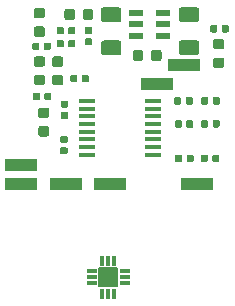
<source format=gbr>
%TF.GenerationSoftware,KiCad,Pcbnew,5.1.5-52549c5~84~ubuntu18.04.1*%
%TF.CreationDate,2020-03-03T14:54:20+01:00*%
%TF.ProjectId,HMC_RF_IPE,484d435f-5246-45f4-9950-452e6b696361,rev?*%
%TF.SameCoordinates,Original*%
%TF.FileFunction,Paste,Bot*%
%TF.FilePolarity,Positive*%
%FSLAX46Y46*%
G04 Gerber Fmt 4.6, Leading zero omitted, Abs format (unit mm)*
G04 Created by KiCad (PCBNEW 5.1.5-52549c5~84~ubuntu18.04.1) date 2020-03-03 14:54:20*
%MOMM*%
%LPD*%
G04 APERTURE LIST*
%ADD10C,0.152400*%
%ADD11R,0.304800X0.828000*%
%ADD12R,0.828000X0.304800*%
%ADD13R,0.828000X0.300000*%
%ADD14R,1.500000X1.500000*%
%ADD15R,2.670000X1.020000*%
%ADD16C,0.100000*%
%ADD17R,1.473200X0.355600*%
%ADD18R,1.219200X0.508000*%
G04 APERTURE END LIST*
D10*
%TO.C,U5*%
X141623410Y-93123200D02*
X141623410Y-91623200D01*
X141623410Y-91623200D02*
X143123410Y-91623200D01*
X143123410Y-91623200D02*
X143123410Y-93123200D01*
X143123410Y-93123200D02*
X141623410Y-93123200D01*
%TD*%
D11*
%TO.C,U5*%
X142373410Y-93765600D03*
X141873411Y-93765600D03*
D12*
X140981010Y-92873199D03*
D13*
X140981010Y-92373200D03*
D12*
X140981010Y-91873201D03*
D11*
X141873411Y-90980800D03*
X142373410Y-90980800D03*
X142873409Y-90980800D03*
D12*
X143765810Y-91873201D03*
D13*
X143765810Y-92373200D03*
D12*
X143765810Y-92873199D03*
D11*
X142873409Y-93765600D03*
D14*
X142373410Y-92373200D03*
%TD*%
D15*
%TO.C,GND*%
X148803410Y-74423200D03*
%TD*%
D16*
%TO.C,C23*%
G36*
X139440368Y-72253910D02*
G01*
X139454686Y-72256034D01*
X139468727Y-72259551D01*
X139482356Y-72264428D01*
X139495441Y-72270617D01*
X139507857Y-72278058D01*
X139519483Y-72286681D01*
X139530208Y-72296402D01*
X139539929Y-72307127D01*
X139548552Y-72318753D01*
X139555993Y-72331169D01*
X139562182Y-72344254D01*
X139567059Y-72357883D01*
X139570576Y-72371924D01*
X139572700Y-72386242D01*
X139573410Y-72400700D01*
X139573410Y-72745700D01*
X139572700Y-72760158D01*
X139570576Y-72774476D01*
X139567059Y-72788517D01*
X139562182Y-72802146D01*
X139555993Y-72815231D01*
X139548552Y-72827647D01*
X139539929Y-72839273D01*
X139530208Y-72849998D01*
X139519483Y-72859719D01*
X139507857Y-72868342D01*
X139495441Y-72875783D01*
X139482356Y-72881972D01*
X139468727Y-72886849D01*
X139454686Y-72890366D01*
X139440368Y-72892490D01*
X139425910Y-72893200D01*
X139130910Y-72893200D01*
X139116452Y-72892490D01*
X139102134Y-72890366D01*
X139088093Y-72886849D01*
X139074464Y-72881972D01*
X139061379Y-72875783D01*
X139048963Y-72868342D01*
X139037337Y-72859719D01*
X139026612Y-72849998D01*
X139016891Y-72839273D01*
X139008268Y-72827647D01*
X139000827Y-72815231D01*
X138994638Y-72802146D01*
X138989761Y-72788517D01*
X138986244Y-72774476D01*
X138984120Y-72760158D01*
X138983410Y-72745700D01*
X138983410Y-72400700D01*
X138984120Y-72386242D01*
X138986244Y-72371924D01*
X138989761Y-72357883D01*
X138994638Y-72344254D01*
X139000827Y-72331169D01*
X139008268Y-72318753D01*
X139016891Y-72307127D01*
X139026612Y-72296402D01*
X139037337Y-72286681D01*
X139048963Y-72278058D01*
X139061379Y-72270617D01*
X139074464Y-72264428D01*
X139088093Y-72259551D01*
X139102134Y-72256034D01*
X139116452Y-72253910D01*
X139130910Y-72253200D01*
X139425910Y-72253200D01*
X139440368Y-72253910D01*
G37*
G36*
X138470368Y-72253910D02*
G01*
X138484686Y-72256034D01*
X138498727Y-72259551D01*
X138512356Y-72264428D01*
X138525441Y-72270617D01*
X138537857Y-72278058D01*
X138549483Y-72286681D01*
X138560208Y-72296402D01*
X138569929Y-72307127D01*
X138578552Y-72318753D01*
X138585993Y-72331169D01*
X138592182Y-72344254D01*
X138597059Y-72357883D01*
X138600576Y-72371924D01*
X138602700Y-72386242D01*
X138603410Y-72400700D01*
X138603410Y-72745700D01*
X138602700Y-72760158D01*
X138600576Y-72774476D01*
X138597059Y-72788517D01*
X138592182Y-72802146D01*
X138585993Y-72815231D01*
X138578552Y-72827647D01*
X138569929Y-72839273D01*
X138560208Y-72849998D01*
X138549483Y-72859719D01*
X138537857Y-72868342D01*
X138525441Y-72875783D01*
X138512356Y-72881972D01*
X138498727Y-72886849D01*
X138484686Y-72890366D01*
X138470368Y-72892490D01*
X138455910Y-72893200D01*
X138160910Y-72893200D01*
X138146452Y-72892490D01*
X138132134Y-72890366D01*
X138118093Y-72886849D01*
X138104464Y-72881972D01*
X138091379Y-72875783D01*
X138078963Y-72868342D01*
X138067337Y-72859719D01*
X138056612Y-72849998D01*
X138046891Y-72839273D01*
X138038268Y-72827647D01*
X138030827Y-72815231D01*
X138024638Y-72802146D01*
X138019761Y-72788517D01*
X138016244Y-72774476D01*
X138014120Y-72760158D01*
X138013410Y-72745700D01*
X138013410Y-72400700D01*
X138014120Y-72386242D01*
X138016244Y-72371924D01*
X138019761Y-72357883D01*
X138024638Y-72344254D01*
X138030827Y-72331169D01*
X138038268Y-72318753D01*
X138046891Y-72307127D01*
X138056612Y-72296402D01*
X138067337Y-72286681D01*
X138078963Y-72278058D01*
X138091379Y-72270617D01*
X138104464Y-72264428D01*
X138118093Y-72259551D01*
X138132134Y-72256034D01*
X138146452Y-72253910D01*
X138160910Y-72253200D01*
X138455910Y-72253200D01*
X138470368Y-72253910D01*
G37*
%TD*%
%TO.C,C22*%
G36*
X138470368Y-71153910D02*
G01*
X138484686Y-71156034D01*
X138498727Y-71159551D01*
X138512356Y-71164428D01*
X138525441Y-71170617D01*
X138537857Y-71178058D01*
X138549483Y-71186681D01*
X138560208Y-71196402D01*
X138569929Y-71207127D01*
X138578552Y-71218753D01*
X138585993Y-71231169D01*
X138592182Y-71244254D01*
X138597059Y-71257883D01*
X138600576Y-71271924D01*
X138602700Y-71286242D01*
X138603410Y-71300700D01*
X138603410Y-71645700D01*
X138602700Y-71660158D01*
X138600576Y-71674476D01*
X138597059Y-71688517D01*
X138592182Y-71702146D01*
X138585993Y-71715231D01*
X138578552Y-71727647D01*
X138569929Y-71739273D01*
X138560208Y-71749998D01*
X138549483Y-71759719D01*
X138537857Y-71768342D01*
X138525441Y-71775783D01*
X138512356Y-71781972D01*
X138498727Y-71786849D01*
X138484686Y-71790366D01*
X138470368Y-71792490D01*
X138455910Y-71793200D01*
X138160910Y-71793200D01*
X138146452Y-71792490D01*
X138132134Y-71790366D01*
X138118093Y-71786849D01*
X138104464Y-71781972D01*
X138091379Y-71775783D01*
X138078963Y-71768342D01*
X138067337Y-71759719D01*
X138056612Y-71749998D01*
X138046891Y-71739273D01*
X138038268Y-71727647D01*
X138030827Y-71715231D01*
X138024638Y-71702146D01*
X138019761Y-71688517D01*
X138016244Y-71674476D01*
X138014120Y-71660158D01*
X138013410Y-71645700D01*
X138013410Y-71300700D01*
X138014120Y-71286242D01*
X138016244Y-71271924D01*
X138019761Y-71257883D01*
X138024638Y-71244254D01*
X138030827Y-71231169D01*
X138038268Y-71218753D01*
X138046891Y-71207127D01*
X138056612Y-71196402D01*
X138067337Y-71186681D01*
X138078963Y-71178058D01*
X138091379Y-71170617D01*
X138104464Y-71164428D01*
X138118093Y-71159551D01*
X138132134Y-71156034D01*
X138146452Y-71153910D01*
X138160910Y-71153200D01*
X138455910Y-71153200D01*
X138470368Y-71153910D01*
G37*
G36*
X139440368Y-71153910D02*
G01*
X139454686Y-71156034D01*
X139468727Y-71159551D01*
X139482356Y-71164428D01*
X139495441Y-71170617D01*
X139507857Y-71178058D01*
X139519483Y-71186681D01*
X139530208Y-71196402D01*
X139539929Y-71207127D01*
X139548552Y-71218753D01*
X139555993Y-71231169D01*
X139562182Y-71244254D01*
X139567059Y-71257883D01*
X139570576Y-71271924D01*
X139572700Y-71286242D01*
X139573410Y-71300700D01*
X139573410Y-71645700D01*
X139572700Y-71660158D01*
X139570576Y-71674476D01*
X139567059Y-71688517D01*
X139562182Y-71702146D01*
X139555993Y-71715231D01*
X139548552Y-71727647D01*
X139539929Y-71739273D01*
X139530208Y-71749998D01*
X139519483Y-71759719D01*
X139507857Y-71768342D01*
X139495441Y-71775783D01*
X139482356Y-71781972D01*
X139468727Y-71786849D01*
X139454686Y-71790366D01*
X139440368Y-71792490D01*
X139425910Y-71793200D01*
X139130910Y-71793200D01*
X139116452Y-71792490D01*
X139102134Y-71790366D01*
X139088093Y-71786849D01*
X139074464Y-71781972D01*
X139061379Y-71775783D01*
X139048963Y-71768342D01*
X139037337Y-71759719D01*
X139026612Y-71749998D01*
X139016891Y-71739273D01*
X139008268Y-71727647D01*
X139000827Y-71715231D01*
X138994638Y-71702146D01*
X138989761Y-71688517D01*
X138986244Y-71674476D01*
X138984120Y-71660158D01*
X138983410Y-71645700D01*
X138983410Y-71300700D01*
X138984120Y-71286242D01*
X138986244Y-71271924D01*
X138989761Y-71257883D01*
X138994638Y-71244254D01*
X139000827Y-71231169D01*
X139008268Y-71218753D01*
X139016891Y-71207127D01*
X139026612Y-71196402D01*
X139037337Y-71186681D01*
X139048963Y-71178058D01*
X139061379Y-71170617D01*
X139074464Y-71164428D01*
X139088093Y-71159551D01*
X139102134Y-71156034D01*
X139116452Y-71153910D01*
X139130910Y-71153200D01*
X139425910Y-71153200D01*
X139440368Y-71153910D01*
G37*
%TD*%
%TO.C,C20*%
G36*
X136410368Y-72493910D02*
G01*
X136424686Y-72496034D01*
X136438727Y-72499551D01*
X136452356Y-72504428D01*
X136465441Y-72510617D01*
X136477857Y-72518058D01*
X136489483Y-72526681D01*
X136500208Y-72536402D01*
X136509929Y-72547127D01*
X136518552Y-72558753D01*
X136525993Y-72571169D01*
X136532182Y-72584254D01*
X136537059Y-72597883D01*
X136540576Y-72611924D01*
X136542700Y-72626242D01*
X136543410Y-72640700D01*
X136543410Y-72985700D01*
X136542700Y-73000158D01*
X136540576Y-73014476D01*
X136537059Y-73028517D01*
X136532182Y-73042146D01*
X136525993Y-73055231D01*
X136518552Y-73067647D01*
X136509929Y-73079273D01*
X136500208Y-73089998D01*
X136489483Y-73099719D01*
X136477857Y-73108342D01*
X136465441Y-73115783D01*
X136452356Y-73121972D01*
X136438727Y-73126849D01*
X136424686Y-73130366D01*
X136410368Y-73132490D01*
X136395910Y-73133200D01*
X136100910Y-73133200D01*
X136086452Y-73132490D01*
X136072134Y-73130366D01*
X136058093Y-73126849D01*
X136044464Y-73121972D01*
X136031379Y-73115783D01*
X136018963Y-73108342D01*
X136007337Y-73099719D01*
X135996612Y-73089998D01*
X135986891Y-73079273D01*
X135978268Y-73067647D01*
X135970827Y-73055231D01*
X135964638Y-73042146D01*
X135959761Y-73028517D01*
X135956244Y-73014476D01*
X135954120Y-73000158D01*
X135953410Y-72985700D01*
X135953410Y-72640700D01*
X135954120Y-72626242D01*
X135956244Y-72611924D01*
X135959761Y-72597883D01*
X135964638Y-72584254D01*
X135970827Y-72571169D01*
X135978268Y-72558753D01*
X135986891Y-72547127D01*
X135996612Y-72536402D01*
X136007337Y-72526681D01*
X136018963Y-72518058D01*
X136031379Y-72510617D01*
X136044464Y-72504428D01*
X136058093Y-72499551D01*
X136072134Y-72496034D01*
X136086452Y-72493910D01*
X136100910Y-72493200D01*
X136395910Y-72493200D01*
X136410368Y-72493910D01*
G37*
G36*
X137380368Y-72493910D02*
G01*
X137394686Y-72496034D01*
X137408727Y-72499551D01*
X137422356Y-72504428D01*
X137435441Y-72510617D01*
X137447857Y-72518058D01*
X137459483Y-72526681D01*
X137470208Y-72536402D01*
X137479929Y-72547127D01*
X137488552Y-72558753D01*
X137495993Y-72571169D01*
X137502182Y-72584254D01*
X137507059Y-72597883D01*
X137510576Y-72611924D01*
X137512700Y-72626242D01*
X137513410Y-72640700D01*
X137513410Y-72985700D01*
X137512700Y-73000158D01*
X137510576Y-73014476D01*
X137507059Y-73028517D01*
X137502182Y-73042146D01*
X137495993Y-73055231D01*
X137488552Y-73067647D01*
X137479929Y-73079273D01*
X137470208Y-73089998D01*
X137459483Y-73099719D01*
X137447857Y-73108342D01*
X137435441Y-73115783D01*
X137422356Y-73121972D01*
X137408727Y-73126849D01*
X137394686Y-73130366D01*
X137380368Y-73132490D01*
X137365910Y-73133200D01*
X137070910Y-73133200D01*
X137056452Y-73132490D01*
X137042134Y-73130366D01*
X137028093Y-73126849D01*
X137014464Y-73121972D01*
X137001379Y-73115783D01*
X136988963Y-73108342D01*
X136977337Y-73099719D01*
X136966612Y-73089998D01*
X136956891Y-73079273D01*
X136948268Y-73067647D01*
X136940827Y-73055231D01*
X136934638Y-73042146D01*
X136929761Y-73028517D01*
X136926244Y-73014476D01*
X136924120Y-73000158D01*
X136923410Y-72985700D01*
X136923410Y-72640700D01*
X136924120Y-72626242D01*
X136926244Y-72611924D01*
X136929761Y-72597883D01*
X136934638Y-72584254D01*
X136940827Y-72571169D01*
X136948268Y-72558753D01*
X136956891Y-72547127D01*
X136966612Y-72536402D01*
X136977337Y-72526681D01*
X136988963Y-72518058D01*
X137001379Y-72510617D01*
X137014464Y-72504428D01*
X137028093Y-72499551D01*
X137042134Y-72496034D01*
X137056452Y-72493910D01*
X137070910Y-72493200D01*
X137365910Y-72493200D01*
X137380368Y-72493910D01*
G37*
%TD*%
%TO.C,C12*%
G36*
X149852914Y-72309404D02*
G01*
X149877183Y-72313004D01*
X149900981Y-72318965D01*
X149924081Y-72327230D01*
X149946259Y-72337720D01*
X149967303Y-72350333D01*
X149987008Y-72364947D01*
X150005187Y-72381423D01*
X150021663Y-72399602D01*
X150036277Y-72419307D01*
X150048890Y-72440351D01*
X150059380Y-72462529D01*
X150067645Y-72485629D01*
X150073606Y-72509427D01*
X150077206Y-72533696D01*
X150078410Y-72558200D01*
X150078410Y-73308200D01*
X150077206Y-73332704D01*
X150073606Y-73356973D01*
X150067645Y-73380771D01*
X150059380Y-73403871D01*
X150048890Y-73426049D01*
X150036277Y-73447093D01*
X150021663Y-73466798D01*
X150005187Y-73484977D01*
X149987008Y-73501453D01*
X149967303Y-73516067D01*
X149946259Y-73528680D01*
X149924081Y-73539170D01*
X149900981Y-73547435D01*
X149877183Y-73553396D01*
X149852914Y-73556996D01*
X149828410Y-73558200D01*
X148578410Y-73558200D01*
X148553906Y-73556996D01*
X148529637Y-73553396D01*
X148505839Y-73547435D01*
X148482739Y-73539170D01*
X148460561Y-73528680D01*
X148439517Y-73516067D01*
X148419812Y-73501453D01*
X148401633Y-73484977D01*
X148385157Y-73466798D01*
X148370543Y-73447093D01*
X148357930Y-73426049D01*
X148347440Y-73403871D01*
X148339175Y-73380771D01*
X148333214Y-73356973D01*
X148329614Y-73332704D01*
X148328410Y-73308200D01*
X148328410Y-72558200D01*
X148329614Y-72533696D01*
X148333214Y-72509427D01*
X148339175Y-72485629D01*
X148347440Y-72462529D01*
X148357930Y-72440351D01*
X148370543Y-72419307D01*
X148385157Y-72399602D01*
X148401633Y-72381423D01*
X148419812Y-72364947D01*
X148439517Y-72350333D01*
X148460561Y-72337720D01*
X148482739Y-72327230D01*
X148505839Y-72318965D01*
X148529637Y-72313004D01*
X148553906Y-72309404D01*
X148578410Y-72308200D01*
X149828410Y-72308200D01*
X149852914Y-72309404D01*
G37*
G36*
X149852914Y-69509404D02*
G01*
X149877183Y-69513004D01*
X149900981Y-69518965D01*
X149924081Y-69527230D01*
X149946259Y-69537720D01*
X149967303Y-69550333D01*
X149987008Y-69564947D01*
X150005187Y-69581423D01*
X150021663Y-69599602D01*
X150036277Y-69619307D01*
X150048890Y-69640351D01*
X150059380Y-69662529D01*
X150067645Y-69685629D01*
X150073606Y-69709427D01*
X150077206Y-69733696D01*
X150078410Y-69758200D01*
X150078410Y-70508200D01*
X150077206Y-70532704D01*
X150073606Y-70556973D01*
X150067645Y-70580771D01*
X150059380Y-70603871D01*
X150048890Y-70626049D01*
X150036277Y-70647093D01*
X150021663Y-70666798D01*
X150005187Y-70684977D01*
X149987008Y-70701453D01*
X149967303Y-70716067D01*
X149946259Y-70728680D01*
X149924081Y-70739170D01*
X149900981Y-70747435D01*
X149877183Y-70753396D01*
X149852914Y-70756996D01*
X149828410Y-70758200D01*
X148578410Y-70758200D01*
X148553906Y-70756996D01*
X148529637Y-70753396D01*
X148505839Y-70747435D01*
X148482739Y-70739170D01*
X148460561Y-70728680D01*
X148439517Y-70716067D01*
X148419812Y-70701453D01*
X148401633Y-70684977D01*
X148385157Y-70666798D01*
X148370543Y-70647093D01*
X148357930Y-70626049D01*
X148347440Y-70603871D01*
X148339175Y-70580771D01*
X148333214Y-70556973D01*
X148329614Y-70532704D01*
X148328410Y-70508200D01*
X148328410Y-69758200D01*
X148329614Y-69733696D01*
X148333214Y-69709427D01*
X148339175Y-69685629D01*
X148347440Y-69662529D01*
X148357930Y-69640351D01*
X148370543Y-69619307D01*
X148385157Y-69599602D01*
X148401633Y-69581423D01*
X148419812Y-69564947D01*
X148439517Y-69550333D01*
X148460561Y-69537720D01*
X148482739Y-69527230D01*
X148505839Y-69518965D01*
X148529637Y-69513004D01*
X148553906Y-69509404D01*
X148578410Y-69508200D01*
X149828410Y-69508200D01*
X149852914Y-69509404D01*
G37*
%TD*%
%TO.C,C5*%
G36*
X152430368Y-71003910D02*
G01*
X152444686Y-71006034D01*
X152458727Y-71009551D01*
X152472356Y-71014428D01*
X152485441Y-71020617D01*
X152497857Y-71028058D01*
X152509483Y-71036681D01*
X152520208Y-71046402D01*
X152529929Y-71057127D01*
X152538552Y-71068753D01*
X152545993Y-71081169D01*
X152552182Y-71094254D01*
X152557059Y-71107883D01*
X152560576Y-71121924D01*
X152562700Y-71136242D01*
X152563410Y-71150700D01*
X152563410Y-71495700D01*
X152562700Y-71510158D01*
X152560576Y-71524476D01*
X152557059Y-71538517D01*
X152552182Y-71552146D01*
X152545993Y-71565231D01*
X152538552Y-71577647D01*
X152529929Y-71589273D01*
X152520208Y-71599998D01*
X152509483Y-71609719D01*
X152497857Y-71618342D01*
X152485441Y-71625783D01*
X152472356Y-71631972D01*
X152458727Y-71636849D01*
X152444686Y-71640366D01*
X152430368Y-71642490D01*
X152415910Y-71643200D01*
X152120910Y-71643200D01*
X152106452Y-71642490D01*
X152092134Y-71640366D01*
X152078093Y-71636849D01*
X152064464Y-71631972D01*
X152051379Y-71625783D01*
X152038963Y-71618342D01*
X152027337Y-71609719D01*
X152016612Y-71599998D01*
X152006891Y-71589273D01*
X151998268Y-71577647D01*
X151990827Y-71565231D01*
X151984638Y-71552146D01*
X151979761Y-71538517D01*
X151976244Y-71524476D01*
X151974120Y-71510158D01*
X151973410Y-71495700D01*
X151973410Y-71150700D01*
X151974120Y-71136242D01*
X151976244Y-71121924D01*
X151979761Y-71107883D01*
X151984638Y-71094254D01*
X151990827Y-71081169D01*
X151998268Y-71068753D01*
X152006891Y-71057127D01*
X152016612Y-71046402D01*
X152027337Y-71036681D01*
X152038963Y-71028058D01*
X152051379Y-71020617D01*
X152064464Y-71014428D01*
X152078093Y-71009551D01*
X152092134Y-71006034D01*
X152106452Y-71003910D01*
X152120910Y-71003200D01*
X152415910Y-71003200D01*
X152430368Y-71003910D01*
G37*
G36*
X151460368Y-71003910D02*
G01*
X151474686Y-71006034D01*
X151488727Y-71009551D01*
X151502356Y-71014428D01*
X151515441Y-71020617D01*
X151527857Y-71028058D01*
X151539483Y-71036681D01*
X151550208Y-71046402D01*
X151559929Y-71057127D01*
X151568552Y-71068753D01*
X151575993Y-71081169D01*
X151582182Y-71094254D01*
X151587059Y-71107883D01*
X151590576Y-71121924D01*
X151592700Y-71136242D01*
X151593410Y-71150700D01*
X151593410Y-71495700D01*
X151592700Y-71510158D01*
X151590576Y-71524476D01*
X151587059Y-71538517D01*
X151582182Y-71552146D01*
X151575993Y-71565231D01*
X151568552Y-71577647D01*
X151559929Y-71589273D01*
X151550208Y-71599998D01*
X151539483Y-71609719D01*
X151527857Y-71618342D01*
X151515441Y-71625783D01*
X151502356Y-71631972D01*
X151488727Y-71636849D01*
X151474686Y-71640366D01*
X151460368Y-71642490D01*
X151445910Y-71643200D01*
X151150910Y-71643200D01*
X151136452Y-71642490D01*
X151122134Y-71640366D01*
X151108093Y-71636849D01*
X151094464Y-71631972D01*
X151081379Y-71625783D01*
X151068963Y-71618342D01*
X151057337Y-71609719D01*
X151046612Y-71599998D01*
X151036891Y-71589273D01*
X151028268Y-71577647D01*
X151020827Y-71565231D01*
X151014638Y-71552146D01*
X151009761Y-71538517D01*
X151006244Y-71524476D01*
X151004120Y-71510158D01*
X151003410Y-71495700D01*
X151003410Y-71150700D01*
X151004120Y-71136242D01*
X151006244Y-71121924D01*
X151009761Y-71107883D01*
X151014638Y-71094254D01*
X151020827Y-71081169D01*
X151028268Y-71068753D01*
X151036891Y-71057127D01*
X151046612Y-71046402D01*
X151057337Y-71036681D01*
X151068963Y-71028058D01*
X151081379Y-71020617D01*
X151094464Y-71014428D01*
X151108093Y-71009551D01*
X151122134Y-71006034D01*
X151136452Y-71003910D01*
X151150910Y-71003200D01*
X151445910Y-71003200D01*
X151460368Y-71003910D01*
G37*
%TD*%
%TO.C,L2*%
G36*
X151991101Y-72189253D02*
G01*
X152012336Y-72192403D01*
X152033160Y-72197619D01*
X152053372Y-72204851D01*
X152072778Y-72214030D01*
X152091191Y-72225066D01*
X152108434Y-72237854D01*
X152124340Y-72252270D01*
X152138756Y-72268176D01*
X152151544Y-72285419D01*
X152162580Y-72303832D01*
X152171759Y-72323238D01*
X152178991Y-72343450D01*
X152184207Y-72364274D01*
X152187357Y-72385509D01*
X152188410Y-72406950D01*
X152188410Y-72844450D01*
X152187357Y-72865891D01*
X152184207Y-72887126D01*
X152178991Y-72907950D01*
X152171759Y-72928162D01*
X152162580Y-72947568D01*
X152151544Y-72965981D01*
X152138756Y-72983224D01*
X152124340Y-72999130D01*
X152108434Y-73013546D01*
X152091191Y-73026334D01*
X152072778Y-73037370D01*
X152053372Y-73046549D01*
X152033160Y-73053781D01*
X152012336Y-73058997D01*
X151991101Y-73062147D01*
X151969660Y-73063200D01*
X151457160Y-73063200D01*
X151435719Y-73062147D01*
X151414484Y-73058997D01*
X151393660Y-73053781D01*
X151373448Y-73046549D01*
X151354042Y-73037370D01*
X151335629Y-73026334D01*
X151318386Y-73013546D01*
X151302480Y-72999130D01*
X151288064Y-72983224D01*
X151275276Y-72965981D01*
X151264240Y-72947568D01*
X151255061Y-72928162D01*
X151247829Y-72907950D01*
X151242613Y-72887126D01*
X151239463Y-72865891D01*
X151238410Y-72844450D01*
X151238410Y-72406950D01*
X151239463Y-72385509D01*
X151242613Y-72364274D01*
X151247829Y-72343450D01*
X151255061Y-72323238D01*
X151264240Y-72303832D01*
X151275276Y-72285419D01*
X151288064Y-72268176D01*
X151302480Y-72252270D01*
X151318386Y-72237854D01*
X151335629Y-72225066D01*
X151354042Y-72214030D01*
X151373448Y-72204851D01*
X151393660Y-72197619D01*
X151414484Y-72192403D01*
X151435719Y-72189253D01*
X151457160Y-72188200D01*
X151969660Y-72188200D01*
X151991101Y-72189253D01*
G37*
G36*
X151991101Y-73764253D02*
G01*
X152012336Y-73767403D01*
X152033160Y-73772619D01*
X152053372Y-73779851D01*
X152072778Y-73789030D01*
X152091191Y-73800066D01*
X152108434Y-73812854D01*
X152124340Y-73827270D01*
X152138756Y-73843176D01*
X152151544Y-73860419D01*
X152162580Y-73878832D01*
X152171759Y-73898238D01*
X152178991Y-73918450D01*
X152184207Y-73939274D01*
X152187357Y-73960509D01*
X152188410Y-73981950D01*
X152188410Y-74419450D01*
X152187357Y-74440891D01*
X152184207Y-74462126D01*
X152178991Y-74482950D01*
X152171759Y-74503162D01*
X152162580Y-74522568D01*
X152151544Y-74540981D01*
X152138756Y-74558224D01*
X152124340Y-74574130D01*
X152108434Y-74588546D01*
X152091191Y-74601334D01*
X152072778Y-74612370D01*
X152053372Y-74621549D01*
X152033160Y-74628781D01*
X152012336Y-74633997D01*
X151991101Y-74637147D01*
X151969660Y-74638200D01*
X151457160Y-74638200D01*
X151435719Y-74637147D01*
X151414484Y-74633997D01*
X151393660Y-74628781D01*
X151373448Y-74621549D01*
X151354042Y-74612370D01*
X151335629Y-74601334D01*
X151318386Y-74588546D01*
X151302480Y-74574130D01*
X151288064Y-74558224D01*
X151275276Y-74540981D01*
X151264240Y-74522568D01*
X151255061Y-74503162D01*
X151247829Y-74482950D01*
X151242613Y-74462126D01*
X151239463Y-74440891D01*
X151238410Y-74419450D01*
X151238410Y-73981950D01*
X151239463Y-73960509D01*
X151242613Y-73939274D01*
X151247829Y-73918450D01*
X151255061Y-73898238D01*
X151264240Y-73878832D01*
X151275276Y-73860419D01*
X151288064Y-73843176D01*
X151302480Y-73827270D01*
X151318386Y-73812854D01*
X151335629Y-73800066D01*
X151354042Y-73789030D01*
X151373448Y-73779851D01*
X151393660Y-73772619D01*
X151414484Y-73767403D01*
X151435719Y-73764253D01*
X151457160Y-73763200D01*
X151969660Y-73763200D01*
X151991101Y-73764253D01*
G37*
%TD*%
%TO.C,L1*%
G36*
X139336101Y-69641753D02*
G01*
X139357336Y-69644903D01*
X139378160Y-69650119D01*
X139398372Y-69657351D01*
X139417778Y-69666530D01*
X139436191Y-69677566D01*
X139453434Y-69690354D01*
X139469340Y-69704770D01*
X139483756Y-69720676D01*
X139496544Y-69737919D01*
X139507580Y-69756332D01*
X139516759Y-69775738D01*
X139523991Y-69795950D01*
X139529207Y-69816774D01*
X139532357Y-69838009D01*
X139533410Y-69859450D01*
X139533410Y-70371950D01*
X139532357Y-70393391D01*
X139529207Y-70414626D01*
X139523991Y-70435450D01*
X139516759Y-70455662D01*
X139507580Y-70475068D01*
X139496544Y-70493481D01*
X139483756Y-70510724D01*
X139469340Y-70526630D01*
X139453434Y-70541046D01*
X139436191Y-70553834D01*
X139417778Y-70564870D01*
X139398372Y-70574049D01*
X139378160Y-70581281D01*
X139357336Y-70586497D01*
X139336101Y-70589647D01*
X139314660Y-70590700D01*
X138877160Y-70590700D01*
X138855719Y-70589647D01*
X138834484Y-70586497D01*
X138813660Y-70581281D01*
X138793448Y-70574049D01*
X138774042Y-70564870D01*
X138755629Y-70553834D01*
X138738386Y-70541046D01*
X138722480Y-70526630D01*
X138708064Y-70510724D01*
X138695276Y-70493481D01*
X138684240Y-70475068D01*
X138675061Y-70455662D01*
X138667829Y-70435450D01*
X138662613Y-70414626D01*
X138659463Y-70393391D01*
X138658410Y-70371950D01*
X138658410Y-69859450D01*
X138659463Y-69838009D01*
X138662613Y-69816774D01*
X138667829Y-69795950D01*
X138675061Y-69775738D01*
X138684240Y-69756332D01*
X138695276Y-69737919D01*
X138708064Y-69720676D01*
X138722480Y-69704770D01*
X138738386Y-69690354D01*
X138755629Y-69677566D01*
X138774042Y-69666530D01*
X138793448Y-69657351D01*
X138813660Y-69650119D01*
X138834484Y-69644903D01*
X138855719Y-69641753D01*
X138877160Y-69640700D01*
X139314660Y-69640700D01*
X139336101Y-69641753D01*
G37*
G36*
X140911101Y-69641753D02*
G01*
X140932336Y-69644903D01*
X140953160Y-69650119D01*
X140973372Y-69657351D01*
X140992778Y-69666530D01*
X141011191Y-69677566D01*
X141028434Y-69690354D01*
X141044340Y-69704770D01*
X141058756Y-69720676D01*
X141071544Y-69737919D01*
X141082580Y-69756332D01*
X141091759Y-69775738D01*
X141098991Y-69795950D01*
X141104207Y-69816774D01*
X141107357Y-69838009D01*
X141108410Y-69859450D01*
X141108410Y-70371950D01*
X141107357Y-70393391D01*
X141104207Y-70414626D01*
X141098991Y-70435450D01*
X141091759Y-70455662D01*
X141082580Y-70475068D01*
X141071544Y-70493481D01*
X141058756Y-70510724D01*
X141044340Y-70526630D01*
X141028434Y-70541046D01*
X141011191Y-70553834D01*
X140992778Y-70564870D01*
X140973372Y-70574049D01*
X140953160Y-70581281D01*
X140932336Y-70586497D01*
X140911101Y-70589647D01*
X140889660Y-70590700D01*
X140452160Y-70590700D01*
X140430719Y-70589647D01*
X140409484Y-70586497D01*
X140388660Y-70581281D01*
X140368448Y-70574049D01*
X140349042Y-70564870D01*
X140330629Y-70553834D01*
X140313386Y-70541046D01*
X140297480Y-70526630D01*
X140283064Y-70510724D01*
X140270276Y-70493481D01*
X140259240Y-70475068D01*
X140250061Y-70455662D01*
X140242829Y-70435450D01*
X140237613Y-70414626D01*
X140234463Y-70393391D01*
X140233410Y-70371950D01*
X140233410Y-69859450D01*
X140234463Y-69838009D01*
X140237613Y-69816774D01*
X140242829Y-69795950D01*
X140250061Y-69775738D01*
X140259240Y-69756332D01*
X140270276Y-69737919D01*
X140283064Y-69720676D01*
X140297480Y-69704770D01*
X140313386Y-69690354D01*
X140330629Y-69677566D01*
X140349042Y-69666530D01*
X140368448Y-69657351D01*
X140388660Y-69650119D01*
X140409484Y-69644903D01*
X140430719Y-69641753D01*
X140452160Y-69640700D01*
X140889660Y-69640700D01*
X140911101Y-69641753D01*
G37*
%TD*%
%TO.C,L4*%
G36*
X136821101Y-75234253D02*
G01*
X136842336Y-75237403D01*
X136863160Y-75242619D01*
X136883372Y-75249851D01*
X136902778Y-75259030D01*
X136921191Y-75270066D01*
X136938434Y-75282854D01*
X136954340Y-75297270D01*
X136968756Y-75313176D01*
X136981544Y-75330419D01*
X136992580Y-75348832D01*
X137001759Y-75368238D01*
X137008991Y-75388450D01*
X137014207Y-75409274D01*
X137017357Y-75430509D01*
X137018410Y-75451950D01*
X137018410Y-75889450D01*
X137017357Y-75910891D01*
X137014207Y-75932126D01*
X137008991Y-75952950D01*
X137001759Y-75973162D01*
X136992580Y-75992568D01*
X136981544Y-76010981D01*
X136968756Y-76028224D01*
X136954340Y-76044130D01*
X136938434Y-76058546D01*
X136921191Y-76071334D01*
X136902778Y-76082370D01*
X136883372Y-76091549D01*
X136863160Y-76098781D01*
X136842336Y-76103997D01*
X136821101Y-76107147D01*
X136799660Y-76108200D01*
X136287160Y-76108200D01*
X136265719Y-76107147D01*
X136244484Y-76103997D01*
X136223660Y-76098781D01*
X136203448Y-76091549D01*
X136184042Y-76082370D01*
X136165629Y-76071334D01*
X136148386Y-76058546D01*
X136132480Y-76044130D01*
X136118064Y-76028224D01*
X136105276Y-76010981D01*
X136094240Y-75992568D01*
X136085061Y-75973162D01*
X136077829Y-75952950D01*
X136072613Y-75932126D01*
X136069463Y-75910891D01*
X136068410Y-75889450D01*
X136068410Y-75451950D01*
X136069463Y-75430509D01*
X136072613Y-75409274D01*
X136077829Y-75388450D01*
X136085061Y-75368238D01*
X136094240Y-75348832D01*
X136105276Y-75330419D01*
X136118064Y-75313176D01*
X136132480Y-75297270D01*
X136148386Y-75282854D01*
X136165629Y-75270066D01*
X136184042Y-75259030D01*
X136203448Y-75249851D01*
X136223660Y-75242619D01*
X136244484Y-75237403D01*
X136265719Y-75234253D01*
X136287160Y-75233200D01*
X136799660Y-75233200D01*
X136821101Y-75234253D01*
G37*
G36*
X136821101Y-73659253D02*
G01*
X136842336Y-73662403D01*
X136863160Y-73667619D01*
X136883372Y-73674851D01*
X136902778Y-73684030D01*
X136921191Y-73695066D01*
X136938434Y-73707854D01*
X136954340Y-73722270D01*
X136968756Y-73738176D01*
X136981544Y-73755419D01*
X136992580Y-73773832D01*
X137001759Y-73793238D01*
X137008991Y-73813450D01*
X137014207Y-73834274D01*
X137017357Y-73855509D01*
X137018410Y-73876950D01*
X137018410Y-74314450D01*
X137017357Y-74335891D01*
X137014207Y-74357126D01*
X137008991Y-74377950D01*
X137001759Y-74398162D01*
X136992580Y-74417568D01*
X136981544Y-74435981D01*
X136968756Y-74453224D01*
X136954340Y-74469130D01*
X136938434Y-74483546D01*
X136921191Y-74496334D01*
X136902778Y-74507370D01*
X136883372Y-74516549D01*
X136863160Y-74523781D01*
X136842336Y-74528997D01*
X136821101Y-74532147D01*
X136799660Y-74533200D01*
X136287160Y-74533200D01*
X136265719Y-74532147D01*
X136244484Y-74528997D01*
X136223660Y-74523781D01*
X136203448Y-74516549D01*
X136184042Y-74507370D01*
X136165629Y-74496334D01*
X136148386Y-74483546D01*
X136132480Y-74469130D01*
X136118064Y-74453224D01*
X136105276Y-74435981D01*
X136094240Y-74417568D01*
X136085061Y-74398162D01*
X136077829Y-74377950D01*
X136072613Y-74357126D01*
X136069463Y-74335891D01*
X136068410Y-74314450D01*
X136068410Y-73876950D01*
X136069463Y-73855509D01*
X136072613Y-73834274D01*
X136077829Y-73813450D01*
X136085061Y-73793238D01*
X136094240Y-73773832D01*
X136105276Y-73755419D01*
X136118064Y-73738176D01*
X136132480Y-73722270D01*
X136148386Y-73707854D01*
X136165629Y-73695066D01*
X136184042Y-73684030D01*
X136203448Y-73674851D01*
X136223660Y-73667619D01*
X136244484Y-73662403D01*
X136265719Y-73659253D01*
X136287160Y-73658200D01*
X136799660Y-73658200D01*
X136821101Y-73659253D01*
G37*
%TD*%
%TO.C,L3*%
G36*
X138361101Y-75244253D02*
G01*
X138382336Y-75247403D01*
X138403160Y-75252619D01*
X138423372Y-75259851D01*
X138442778Y-75269030D01*
X138461191Y-75280066D01*
X138478434Y-75292854D01*
X138494340Y-75307270D01*
X138508756Y-75323176D01*
X138521544Y-75340419D01*
X138532580Y-75358832D01*
X138541759Y-75378238D01*
X138548991Y-75398450D01*
X138554207Y-75419274D01*
X138557357Y-75440509D01*
X138558410Y-75461950D01*
X138558410Y-75899450D01*
X138557357Y-75920891D01*
X138554207Y-75942126D01*
X138548991Y-75962950D01*
X138541759Y-75983162D01*
X138532580Y-76002568D01*
X138521544Y-76020981D01*
X138508756Y-76038224D01*
X138494340Y-76054130D01*
X138478434Y-76068546D01*
X138461191Y-76081334D01*
X138442778Y-76092370D01*
X138423372Y-76101549D01*
X138403160Y-76108781D01*
X138382336Y-76113997D01*
X138361101Y-76117147D01*
X138339660Y-76118200D01*
X137827160Y-76118200D01*
X137805719Y-76117147D01*
X137784484Y-76113997D01*
X137763660Y-76108781D01*
X137743448Y-76101549D01*
X137724042Y-76092370D01*
X137705629Y-76081334D01*
X137688386Y-76068546D01*
X137672480Y-76054130D01*
X137658064Y-76038224D01*
X137645276Y-76020981D01*
X137634240Y-76002568D01*
X137625061Y-75983162D01*
X137617829Y-75962950D01*
X137612613Y-75942126D01*
X137609463Y-75920891D01*
X137608410Y-75899450D01*
X137608410Y-75461950D01*
X137609463Y-75440509D01*
X137612613Y-75419274D01*
X137617829Y-75398450D01*
X137625061Y-75378238D01*
X137634240Y-75358832D01*
X137645276Y-75340419D01*
X137658064Y-75323176D01*
X137672480Y-75307270D01*
X137688386Y-75292854D01*
X137705629Y-75280066D01*
X137724042Y-75269030D01*
X137743448Y-75259851D01*
X137763660Y-75252619D01*
X137784484Y-75247403D01*
X137805719Y-75244253D01*
X137827160Y-75243200D01*
X138339660Y-75243200D01*
X138361101Y-75244253D01*
G37*
G36*
X138361101Y-73669253D02*
G01*
X138382336Y-73672403D01*
X138403160Y-73677619D01*
X138423372Y-73684851D01*
X138442778Y-73694030D01*
X138461191Y-73705066D01*
X138478434Y-73717854D01*
X138494340Y-73732270D01*
X138508756Y-73748176D01*
X138521544Y-73765419D01*
X138532580Y-73783832D01*
X138541759Y-73803238D01*
X138548991Y-73823450D01*
X138554207Y-73844274D01*
X138557357Y-73865509D01*
X138558410Y-73886950D01*
X138558410Y-74324450D01*
X138557357Y-74345891D01*
X138554207Y-74367126D01*
X138548991Y-74387950D01*
X138541759Y-74408162D01*
X138532580Y-74427568D01*
X138521544Y-74445981D01*
X138508756Y-74463224D01*
X138494340Y-74479130D01*
X138478434Y-74493546D01*
X138461191Y-74506334D01*
X138442778Y-74517370D01*
X138423372Y-74526549D01*
X138403160Y-74533781D01*
X138382336Y-74538997D01*
X138361101Y-74542147D01*
X138339660Y-74543200D01*
X137827160Y-74543200D01*
X137805719Y-74542147D01*
X137784484Y-74538997D01*
X137763660Y-74533781D01*
X137743448Y-74526549D01*
X137724042Y-74517370D01*
X137705629Y-74506334D01*
X137688386Y-74493546D01*
X137672480Y-74479130D01*
X137658064Y-74463224D01*
X137645276Y-74445981D01*
X137634240Y-74427568D01*
X137625061Y-74408162D01*
X137617829Y-74387950D01*
X137612613Y-74367126D01*
X137609463Y-74345891D01*
X137608410Y-74324450D01*
X137608410Y-73886950D01*
X137609463Y-73865509D01*
X137612613Y-73844274D01*
X137617829Y-73823450D01*
X137625061Y-73803238D01*
X137634240Y-73783832D01*
X137645276Y-73765419D01*
X137658064Y-73748176D01*
X137672480Y-73732270D01*
X137688386Y-73717854D01*
X137705629Y-73705066D01*
X137724042Y-73694030D01*
X137743448Y-73684851D01*
X137763660Y-73677619D01*
X137784484Y-73672403D01*
X137805719Y-73669253D01*
X137827160Y-73668200D01*
X138339660Y-73668200D01*
X138361101Y-73669253D01*
G37*
%TD*%
D17*
%TO.C,U3*%
X146170810Y-81990199D03*
X146170810Y-81340198D03*
X146170810Y-80690199D03*
X146170810Y-80040198D03*
X146170810Y-79390199D03*
X146170810Y-78740201D03*
X146170810Y-78090199D03*
X146170810Y-77440201D03*
X140532010Y-77440201D03*
X140532010Y-78090202D03*
X140532010Y-78740201D03*
X140532010Y-79390202D03*
X140532010Y-80040201D03*
X140532010Y-80690199D03*
X140532010Y-81340201D03*
X140532010Y-81990199D03*
%TD*%
D16*
%TO.C,C1*%
G36*
X143262914Y-72319404D02*
G01*
X143287183Y-72323004D01*
X143310981Y-72328965D01*
X143334081Y-72337230D01*
X143356259Y-72347720D01*
X143377303Y-72360333D01*
X143397008Y-72374947D01*
X143415187Y-72391423D01*
X143431663Y-72409602D01*
X143446277Y-72429307D01*
X143458890Y-72450351D01*
X143469380Y-72472529D01*
X143477645Y-72495629D01*
X143483606Y-72519427D01*
X143487206Y-72543696D01*
X143488410Y-72568200D01*
X143488410Y-73318200D01*
X143487206Y-73342704D01*
X143483606Y-73366973D01*
X143477645Y-73390771D01*
X143469380Y-73413871D01*
X143458890Y-73436049D01*
X143446277Y-73457093D01*
X143431663Y-73476798D01*
X143415187Y-73494977D01*
X143397008Y-73511453D01*
X143377303Y-73526067D01*
X143356259Y-73538680D01*
X143334081Y-73549170D01*
X143310981Y-73557435D01*
X143287183Y-73563396D01*
X143262914Y-73566996D01*
X143238410Y-73568200D01*
X141988410Y-73568200D01*
X141963906Y-73566996D01*
X141939637Y-73563396D01*
X141915839Y-73557435D01*
X141892739Y-73549170D01*
X141870561Y-73538680D01*
X141849517Y-73526067D01*
X141829812Y-73511453D01*
X141811633Y-73494977D01*
X141795157Y-73476798D01*
X141780543Y-73457093D01*
X141767930Y-73436049D01*
X141757440Y-73413871D01*
X141749175Y-73390771D01*
X141743214Y-73366973D01*
X141739614Y-73342704D01*
X141738410Y-73318200D01*
X141738410Y-72568200D01*
X141739614Y-72543696D01*
X141743214Y-72519427D01*
X141749175Y-72495629D01*
X141757440Y-72472529D01*
X141767930Y-72450351D01*
X141780543Y-72429307D01*
X141795157Y-72409602D01*
X141811633Y-72391423D01*
X141829812Y-72374947D01*
X141849517Y-72360333D01*
X141870561Y-72347720D01*
X141892739Y-72337230D01*
X141915839Y-72328965D01*
X141939637Y-72323004D01*
X141963906Y-72319404D01*
X141988410Y-72318200D01*
X143238410Y-72318200D01*
X143262914Y-72319404D01*
G37*
G36*
X143262914Y-69519404D02*
G01*
X143287183Y-69523004D01*
X143310981Y-69528965D01*
X143334081Y-69537230D01*
X143356259Y-69547720D01*
X143377303Y-69560333D01*
X143397008Y-69574947D01*
X143415187Y-69591423D01*
X143431663Y-69609602D01*
X143446277Y-69629307D01*
X143458890Y-69650351D01*
X143469380Y-69672529D01*
X143477645Y-69695629D01*
X143483606Y-69719427D01*
X143487206Y-69743696D01*
X143488410Y-69768200D01*
X143488410Y-70518200D01*
X143487206Y-70542704D01*
X143483606Y-70566973D01*
X143477645Y-70590771D01*
X143469380Y-70613871D01*
X143458890Y-70636049D01*
X143446277Y-70657093D01*
X143431663Y-70676798D01*
X143415187Y-70694977D01*
X143397008Y-70711453D01*
X143377303Y-70726067D01*
X143356259Y-70738680D01*
X143334081Y-70749170D01*
X143310981Y-70757435D01*
X143287183Y-70763396D01*
X143262914Y-70766996D01*
X143238410Y-70768200D01*
X141988410Y-70768200D01*
X141963906Y-70766996D01*
X141939637Y-70763396D01*
X141915839Y-70757435D01*
X141892739Y-70749170D01*
X141870561Y-70738680D01*
X141849517Y-70726067D01*
X141829812Y-70711453D01*
X141811633Y-70694977D01*
X141795157Y-70676798D01*
X141780543Y-70657093D01*
X141767930Y-70636049D01*
X141757440Y-70613871D01*
X141749175Y-70590771D01*
X141743214Y-70566973D01*
X141739614Y-70542704D01*
X141738410Y-70518200D01*
X141738410Y-69768200D01*
X141739614Y-69743696D01*
X141743214Y-69719427D01*
X141749175Y-69695629D01*
X141757440Y-69672529D01*
X141767930Y-69650351D01*
X141780543Y-69629307D01*
X141795157Y-69609602D01*
X141811633Y-69591423D01*
X141829812Y-69574947D01*
X141849517Y-69560333D01*
X141870561Y-69547720D01*
X141892739Y-69537230D01*
X141915839Y-69528965D01*
X141939637Y-69523004D01*
X141963906Y-69519404D01*
X141988410Y-69518200D01*
X143238410Y-69518200D01*
X143262914Y-69519404D01*
G37*
%TD*%
D18*
%TO.C,U1*%
X144750410Y-70023400D03*
X144750410Y-70963200D03*
X144750410Y-71903000D03*
X147036410Y-71903000D03*
X147036410Y-70963200D03*
X147036410Y-70023400D03*
%TD*%
D15*
%TO.C,VB*%
X142540076Y-84473200D03*
%TD*%
%TO.C,5V*%
X135023410Y-82823200D03*
%TD*%
%TO.C,VA*%
X146533410Y-76033200D03*
%TD*%
%TO.C,VREF*%
X138776743Y-84473200D03*
%TD*%
%TO.C,GND*%
X149873410Y-84473200D03*
%TD*%
%TO.C,GND*%
X135013410Y-84473200D03*
%TD*%
D16*
%TO.C,C2*%
G36*
X140870368Y-71173910D02*
G01*
X140884686Y-71176034D01*
X140898727Y-71179551D01*
X140912356Y-71184428D01*
X140925441Y-71190617D01*
X140937857Y-71198058D01*
X140949483Y-71206681D01*
X140960208Y-71216402D01*
X140969929Y-71227127D01*
X140978552Y-71238753D01*
X140985993Y-71251169D01*
X140992182Y-71264254D01*
X140997059Y-71277883D01*
X141000576Y-71291924D01*
X141002700Y-71306242D01*
X141003410Y-71320700D01*
X141003410Y-71615700D01*
X141002700Y-71630158D01*
X141000576Y-71644476D01*
X140997059Y-71658517D01*
X140992182Y-71672146D01*
X140985993Y-71685231D01*
X140978552Y-71697647D01*
X140969929Y-71709273D01*
X140960208Y-71719998D01*
X140949483Y-71729719D01*
X140937857Y-71738342D01*
X140925441Y-71745783D01*
X140912356Y-71751972D01*
X140898727Y-71756849D01*
X140884686Y-71760366D01*
X140870368Y-71762490D01*
X140855910Y-71763200D01*
X140510910Y-71763200D01*
X140496452Y-71762490D01*
X140482134Y-71760366D01*
X140468093Y-71756849D01*
X140454464Y-71751972D01*
X140441379Y-71745783D01*
X140428963Y-71738342D01*
X140417337Y-71729719D01*
X140406612Y-71719998D01*
X140396891Y-71709273D01*
X140388268Y-71697647D01*
X140380827Y-71685231D01*
X140374638Y-71672146D01*
X140369761Y-71658517D01*
X140366244Y-71644476D01*
X140364120Y-71630158D01*
X140363410Y-71615700D01*
X140363410Y-71320700D01*
X140364120Y-71306242D01*
X140366244Y-71291924D01*
X140369761Y-71277883D01*
X140374638Y-71264254D01*
X140380827Y-71251169D01*
X140388268Y-71238753D01*
X140396891Y-71227127D01*
X140406612Y-71216402D01*
X140417337Y-71206681D01*
X140428963Y-71198058D01*
X140441379Y-71190617D01*
X140454464Y-71184428D01*
X140468093Y-71179551D01*
X140482134Y-71176034D01*
X140496452Y-71173910D01*
X140510910Y-71173200D01*
X140855910Y-71173200D01*
X140870368Y-71173910D01*
G37*
G36*
X140870368Y-72143910D02*
G01*
X140884686Y-72146034D01*
X140898727Y-72149551D01*
X140912356Y-72154428D01*
X140925441Y-72160617D01*
X140937857Y-72168058D01*
X140949483Y-72176681D01*
X140960208Y-72186402D01*
X140969929Y-72197127D01*
X140978552Y-72208753D01*
X140985993Y-72221169D01*
X140992182Y-72234254D01*
X140997059Y-72247883D01*
X141000576Y-72261924D01*
X141002700Y-72276242D01*
X141003410Y-72290700D01*
X141003410Y-72585700D01*
X141002700Y-72600158D01*
X141000576Y-72614476D01*
X140997059Y-72628517D01*
X140992182Y-72642146D01*
X140985993Y-72655231D01*
X140978552Y-72667647D01*
X140969929Y-72679273D01*
X140960208Y-72689998D01*
X140949483Y-72699719D01*
X140937857Y-72708342D01*
X140925441Y-72715783D01*
X140912356Y-72721972D01*
X140898727Y-72726849D01*
X140884686Y-72730366D01*
X140870368Y-72732490D01*
X140855910Y-72733200D01*
X140510910Y-72733200D01*
X140496452Y-72732490D01*
X140482134Y-72730366D01*
X140468093Y-72726849D01*
X140454464Y-72721972D01*
X140441379Y-72715783D01*
X140428963Y-72708342D01*
X140417337Y-72699719D01*
X140406612Y-72689998D01*
X140396891Y-72679273D01*
X140388268Y-72667647D01*
X140380827Y-72655231D01*
X140374638Y-72642146D01*
X140369761Y-72628517D01*
X140366244Y-72614476D01*
X140364120Y-72600158D01*
X140363410Y-72585700D01*
X140363410Y-72290700D01*
X140364120Y-72276242D01*
X140366244Y-72261924D01*
X140369761Y-72247883D01*
X140374638Y-72234254D01*
X140380827Y-72221169D01*
X140388268Y-72208753D01*
X140396891Y-72197127D01*
X140406612Y-72186402D01*
X140417337Y-72176681D01*
X140428963Y-72168058D01*
X140441379Y-72160617D01*
X140454464Y-72154428D01*
X140468093Y-72149551D01*
X140482134Y-72146034D01*
X140496452Y-72143910D01*
X140510910Y-72143200D01*
X140855910Y-72143200D01*
X140870368Y-72143910D01*
G37*
%TD*%
%TO.C,C3*%
G36*
X145116101Y-73109253D02*
G01*
X145137336Y-73112403D01*
X145158160Y-73117619D01*
X145178372Y-73124851D01*
X145197778Y-73134030D01*
X145216191Y-73145066D01*
X145233434Y-73157854D01*
X145249340Y-73172270D01*
X145263756Y-73188176D01*
X145276544Y-73205419D01*
X145287580Y-73223832D01*
X145296759Y-73243238D01*
X145303991Y-73263450D01*
X145309207Y-73284274D01*
X145312357Y-73305509D01*
X145313410Y-73326950D01*
X145313410Y-73839450D01*
X145312357Y-73860891D01*
X145309207Y-73882126D01*
X145303991Y-73902950D01*
X145296759Y-73923162D01*
X145287580Y-73942568D01*
X145276544Y-73960981D01*
X145263756Y-73978224D01*
X145249340Y-73994130D01*
X145233434Y-74008546D01*
X145216191Y-74021334D01*
X145197778Y-74032370D01*
X145178372Y-74041549D01*
X145158160Y-74048781D01*
X145137336Y-74053997D01*
X145116101Y-74057147D01*
X145094660Y-74058200D01*
X144657160Y-74058200D01*
X144635719Y-74057147D01*
X144614484Y-74053997D01*
X144593660Y-74048781D01*
X144573448Y-74041549D01*
X144554042Y-74032370D01*
X144535629Y-74021334D01*
X144518386Y-74008546D01*
X144502480Y-73994130D01*
X144488064Y-73978224D01*
X144475276Y-73960981D01*
X144464240Y-73942568D01*
X144455061Y-73923162D01*
X144447829Y-73902950D01*
X144442613Y-73882126D01*
X144439463Y-73860891D01*
X144438410Y-73839450D01*
X144438410Y-73326950D01*
X144439463Y-73305509D01*
X144442613Y-73284274D01*
X144447829Y-73263450D01*
X144455061Y-73243238D01*
X144464240Y-73223832D01*
X144475276Y-73205419D01*
X144488064Y-73188176D01*
X144502480Y-73172270D01*
X144518386Y-73157854D01*
X144535629Y-73145066D01*
X144554042Y-73134030D01*
X144573448Y-73124851D01*
X144593660Y-73117619D01*
X144614484Y-73112403D01*
X144635719Y-73109253D01*
X144657160Y-73108200D01*
X145094660Y-73108200D01*
X145116101Y-73109253D01*
G37*
G36*
X146691101Y-73109253D02*
G01*
X146712336Y-73112403D01*
X146733160Y-73117619D01*
X146753372Y-73124851D01*
X146772778Y-73134030D01*
X146791191Y-73145066D01*
X146808434Y-73157854D01*
X146824340Y-73172270D01*
X146838756Y-73188176D01*
X146851544Y-73205419D01*
X146862580Y-73223832D01*
X146871759Y-73243238D01*
X146878991Y-73263450D01*
X146884207Y-73284274D01*
X146887357Y-73305509D01*
X146888410Y-73326950D01*
X146888410Y-73839450D01*
X146887357Y-73860891D01*
X146884207Y-73882126D01*
X146878991Y-73902950D01*
X146871759Y-73923162D01*
X146862580Y-73942568D01*
X146851544Y-73960981D01*
X146838756Y-73978224D01*
X146824340Y-73994130D01*
X146808434Y-74008546D01*
X146791191Y-74021334D01*
X146772778Y-74032370D01*
X146753372Y-74041549D01*
X146733160Y-74048781D01*
X146712336Y-74053997D01*
X146691101Y-74057147D01*
X146669660Y-74058200D01*
X146232160Y-74058200D01*
X146210719Y-74057147D01*
X146189484Y-74053997D01*
X146168660Y-74048781D01*
X146148448Y-74041549D01*
X146129042Y-74032370D01*
X146110629Y-74021334D01*
X146093386Y-74008546D01*
X146077480Y-73994130D01*
X146063064Y-73978224D01*
X146050276Y-73960981D01*
X146039240Y-73942568D01*
X146030061Y-73923162D01*
X146022829Y-73902950D01*
X146017613Y-73882126D01*
X146014463Y-73860891D01*
X146013410Y-73839450D01*
X146013410Y-73326950D01*
X146014463Y-73305509D01*
X146017613Y-73284274D01*
X146022829Y-73263450D01*
X146030061Y-73243238D01*
X146039240Y-73223832D01*
X146050276Y-73205419D01*
X146063064Y-73188176D01*
X146077480Y-73172270D01*
X146093386Y-73157854D01*
X146110629Y-73145066D01*
X146129042Y-73134030D01*
X146148448Y-73124851D01*
X146168660Y-73117619D01*
X146189484Y-73112403D01*
X146210719Y-73109253D01*
X146232160Y-73108200D01*
X146669660Y-73108200D01*
X146691101Y-73109253D01*
G37*
%TD*%
%TO.C,C6*%
G36*
X140585368Y-75223910D02*
G01*
X140599686Y-75226034D01*
X140613727Y-75229551D01*
X140627356Y-75234428D01*
X140640441Y-75240617D01*
X140652857Y-75248058D01*
X140664483Y-75256681D01*
X140675208Y-75266402D01*
X140684929Y-75277127D01*
X140693552Y-75288753D01*
X140700993Y-75301169D01*
X140707182Y-75314254D01*
X140712059Y-75327883D01*
X140715576Y-75341924D01*
X140717700Y-75356242D01*
X140718410Y-75370700D01*
X140718410Y-75715700D01*
X140717700Y-75730158D01*
X140715576Y-75744476D01*
X140712059Y-75758517D01*
X140707182Y-75772146D01*
X140700993Y-75785231D01*
X140693552Y-75797647D01*
X140684929Y-75809273D01*
X140675208Y-75819998D01*
X140664483Y-75829719D01*
X140652857Y-75838342D01*
X140640441Y-75845783D01*
X140627356Y-75851972D01*
X140613727Y-75856849D01*
X140599686Y-75860366D01*
X140585368Y-75862490D01*
X140570910Y-75863200D01*
X140275910Y-75863200D01*
X140261452Y-75862490D01*
X140247134Y-75860366D01*
X140233093Y-75856849D01*
X140219464Y-75851972D01*
X140206379Y-75845783D01*
X140193963Y-75838342D01*
X140182337Y-75829719D01*
X140171612Y-75819998D01*
X140161891Y-75809273D01*
X140153268Y-75797647D01*
X140145827Y-75785231D01*
X140139638Y-75772146D01*
X140134761Y-75758517D01*
X140131244Y-75744476D01*
X140129120Y-75730158D01*
X140128410Y-75715700D01*
X140128410Y-75370700D01*
X140129120Y-75356242D01*
X140131244Y-75341924D01*
X140134761Y-75327883D01*
X140139638Y-75314254D01*
X140145827Y-75301169D01*
X140153268Y-75288753D01*
X140161891Y-75277127D01*
X140171612Y-75266402D01*
X140182337Y-75256681D01*
X140193963Y-75248058D01*
X140206379Y-75240617D01*
X140219464Y-75234428D01*
X140233093Y-75229551D01*
X140247134Y-75226034D01*
X140261452Y-75223910D01*
X140275910Y-75223200D01*
X140570910Y-75223200D01*
X140585368Y-75223910D01*
G37*
G36*
X139615368Y-75223910D02*
G01*
X139629686Y-75226034D01*
X139643727Y-75229551D01*
X139657356Y-75234428D01*
X139670441Y-75240617D01*
X139682857Y-75248058D01*
X139694483Y-75256681D01*
X139705208Y-75266402D01*
X139714929Y-75277127D01*
X139723552Y-75288753D01*
X139730993Y-75301169D01*
X139737182Y-75314254D01*
X139742059Y-75327883D01*
X139745576Y-75341924D01*
X139747700Y-75356242D01*
X139748410Y-75370700D01*
X139748410Y-75715700D01*
X139747700Y-75730158D01*
X139745576Y-75744476D01*
X139742059Y-75758517D01*
X139737182Y-75772146D01*
X139730993Y-75785231D01*
X139723552Y-75797647D01*
X139714929Y-75809273D01*
X139705208Y-75819998D01*
X139694483Y-75829719D01*
X139682857Y-75838342D01*
X139670441Y-75845783D01*
X139657356Y-75851972D01*
X139643727Y-75856849D01*
X139629686Y-75860366D01*
X139615368Y-75862490D01*
X139600910Y-75863200D01*
X139305910Y-75863200D01*
X139291452Y-75862490D01*
X139277134Y-75860366D01*
X139263093Y-75856849D01*
X139249464Y-75851972D01*
X139236379Y-75845783D01*
X139223963Y-75838342D01*
X139212337Y-75829719D01*
X139201612Y-75819998D01*
X139191891Y-75809273D01*
X139183268Y-75797647D01*
X139175827Y-75785231D01*
X139169638Y-75772146D01*
X139164761Y-75758517D01*
X139161244Y-75744476D01*
X139159120Y-75730158D01*
X139158410Y-75715700D01*
X139158410Y-75370700D01*
X139159120Y-75356242D01*
X139161244Y-75341924D01*
X139164761Y-75327883D01*
X139169638Y-75314254D01*
X139175827Y-75301169D01*
X139183268Y-75288753D01*
X139191891Y-75277127D01*
X139201612Y-75266402D01*
X139212337Y-75256681D01*
X139223963Y-75248058D01*
X139236379Y-75240617D01*
X139249464Y-75234428D01*
X139263093Y-75229551D01*
X139277134Y-75226034D01*
X139291452Y-75223910D01*
X139305910Y-75223200D01*
X139600910Y-75223200D01*
X139615368Y-75223910D01*
G37*
%TD*%
%TO.C,C7*%
G36*
X136811101Y-69549253D02*
G01*
X136832336Y-69552403D01*
X136853160Y-69557619D01*
X136873372Y-69564851D01*
X136892778Y-69574030D01*
X136911191Y-69585066D01*
X136928434Y-69597854D01*
X136944340Y-69612270D01*
X136958756Y-69628176D01*
X136971544Y-69645419D01*
X136982580Y-69663832D01*
X136991759Y-69683238D01*
X136998991Y-69703450D01*
X137004207Y-69724274D01*
X137007357Y-69745509D01*
X137008410Y-69766950D01*
X137008410Y-70204450D01*
X137007357Y-70225891D01*
X137004207Y-70247126D01*
X136998991Y-70267950D01*
X136991759Y-70288162D01*
X136982580Y-70307568D01*
X136971544Y-70325981D01*
X136958756Y-70343224D01*
X136944340Y-70359130D01*
X136928434Y-70373546D01*
X136911191Y-70386334D01*
X136892778Y-70397370D01*
X136873372Y-70406549D01*
X136853160Y-70413781D01*
X136832336Y-70418997D01*
X136811101Y-70422147D01*
X136789660Y-70423200D01*
X136277160Y-70423200D01*
X136255719Y-70422147D01*
X136234484Y-70418997D01*
X136213660Y-70413781D01*
X136193448Y-70406549D01*
X136174042Y-70397370D01*
X136155629Y-70386334D01*
X136138386Y-70373546D01*
X136122480Y-70359130D01*
X136108064Y-70343224D01*
X136095276Y-70325981D01*
X136084240Y-70307568D01*
X136075061Y-70288162D01*
X136067829Y-70267950D01*
X136062613Y-70247126D01*
X136059463Y-70225891D01*
X136058410Y-70204450D01*
X136058410Y-69766950D01*
X136059463Y-69745509D01*
X136062613Y-69724274D01*
X136067829Y-69703450D01*
X136075061Y-69683238D01*
X136084240Y-69663832D01*
X136095276Y-69645419D01*
X136108064Y-69628176D01*
X136122480Y-69612270D01*
X136138386Y-69597854D01*
X136155629Y-69585066D01*
X136174042Y-69574030D01*
X136193448Y-69564851D01*
X136213660Y-69557619D01*
X136234484Y-69552403D01*
X136255719Y-69549253D01*
X136277160Y-69548200D01*
X136789660Y-69548200D01*
X136811101Y-69549253D01*
G37*
G36*
X136811101Y-71124253D02*
G01*
X136832336Y-71127403D01*
X136853160Y-71132619D01*
X136873372Y-71139851D01*
X136892778Y-71149030D01*
X136911191Y-71160066D01*
X136928434Y-71172854D01*
X136944340Y-71187270D01*
X136958756Y-71203176D01*
X136971544Y-71220419D01*
X136982580Y-71238832D01*
X136991759Y-71258238D01*
X136998991Y-71278450D01*
X137004207Y-71299274D01*
X137007357Y-71320509D01*
X137008410Y-71341950D01*
X137008410Y-71779450D01*
X137007357Y-71800891D01*
X137004207Y-71822126D01*
X136998991Y-71842950D01*
X136991759Y-71863162D01*
X136982580Y-71882568D01*
X136971544Y-71900981D01*
X136958756Y-71918224D01*
X136944340Y-71934130D01*
X136928434Y-71948546D01*
X136911191Y-71961334D01*
X136892778Y-71972370D01*
X136873372Y-71981549D01*
X136853160Y-71988781D01*
X136832336Y-71993997D01*
X136811101Y-71997147D01*
X136789660Y-71998200D01*
X136277160Y-71998200D01*
X136255719Y-71997147D01*
X136234484Y-71993997D01*
X136213660Y-71988781D01*
X136193448Y-71981549D01*
X136174042Y-71972370D01*
X136155629Y-71961334D01*
X136138386Y-71948546D01*
X136122480Y-71934130D01*
X136108064Y-71918224D01*
X136095276Y-71900981D01*
X136084240Y-71882568D01*
X136075061Y-71863162D01*
X136067829Y-71842950D01*
X136062613Y-71822126D01*
X136059463Y-71800891D01*
X136058410Y-71779450D01*
X136058410Y-71341950D01*
X136059463Y-71320509D01*
X136062613Y-71299274D01*
X136067829Y-71278450D01*
X136075061Y-71258238D01*
X136084240Y-71238832D01*
X136095276Y-71220419D01*
X136108064Y-71203176D01*
X136122480Y-71187270D01*
X136138386Y-71172854D01*
X136155629Y-71160066D01*
X136174042Y-71149030D01*
X136193448Y-71139851D01*
X136213660Y-71132619D01*
X136234484Y-71127403D01*
X136255719Y-71124253D01*
X136277160Y-71123200D01*
X136789660Y-71123200D01*
X136811101Y-71124253D01*
G37*
%TD*%
%TO.C,C8*%
G36*
X137181101Y-79574253D02*
G01*
X137202336Y-79577403D01*
X137223160Y-79582619D01*
X137243372Y-79589851D01*
X137262778Y-79599030D01*
X137281191Y-79610066D01*
X137298434Y-79622854D01*
X137314340Y-79637270D01*
X137328756Y-79653176D01*
X137341544Y-79670419D01*
X137352580Y-79688832D01*
X137361759Y-79708238D01*
X137368991Y-79728450D01*
X137374207Y-79749274D01*
X137377357Y-79770509D01*
X137378410Y-79791950D01*
X137378410Y-80229450D01*
X137377357Y-80250891D01*
X137374207Y-80272126D01*
X137368991Y-80292950D01*
X137361759Y-80313162D01*
X137352580Y-80332568D01*
X137341544Y-80350981D01*
X137328756Y-80368224D01*
X137314340Y-80384130D01*
X137298434Y-80398546D01*
X137281191Y-80411334D01*
X137262778Y-80422370D01*
X137243372Y-80431549D01*
X137223160Y-80438781D01*
X137202336Y-80443997D01*
X137181101Y-80447147D01*
X137159660Y-80448200D01*
X136647160Y-80448200D01*
X136625719Y-80447147D01*
X136604484Y-80443997D01*
X136583660Y-80438781D01*
X136563448Y-80431549D01*
X136544042Y-80422370D01*
X136525629Y-80411334D01*
X136508386Y-80398546D01*
X136492480Y-80384130D01*
X136478064Y-80368224D01*
X136465276Y-80350981D01*
X136454240Y-80332568D01*
X136445061Y-80313162D01*
X136437829Y-80292950D01*
X136432613Y-80272126D01*
X136429463Y-80250891D01*
X136428410Y-80229450D01*
X136428410Y-79791950D01*
X136429463Y-79770509D01*
X136432613Y-79749274D01*
X136437829Y-79728450D01*
X136445061Y-79708238D01*
X136454240Y-79688832D01*
X136465276Y-79670419D01*
X136478064Y-79653176D01*
X136492480Y-79637270D01*
X136508386Y-79622854D01*
X136525629Y-79610066D01*
X136544042Y-79599030D01*
X136563448Y-79589851D01*
X136583660Y-79582619D01*
X136604484Y-79577403D01*
X136625719Y-79574253D01*
X136647160Y-79573200D01*
X137159660Y-79573200D01*
X137181101Y-79574253D01*
G37*
G36*
X137181101Y-77999253D02*
G01*
X137202336Y-78002403D01*
X137223160Y-78007619D01*
X137243372Y-78014851D01*
X137262778Y-78024030D01*
X137281191Y-78035066D01*
X137298434Y-78047854D01*
X137314340Y-78062270D01*
X137328756Y-78078176D01*
X137341544Y-78095419D01*
X137352580Y-78113832D01*
X137361759Y-78133238D01*
X137368991Y-78153450D01*
X137374207Y-78174274D01*
X137377357Y-78195509D01*
X137378410Y-78216950D01*
X137378410Y-78654450D01*
X137377357Y-78675891D01*
X137374207Y-78697126D01*
X137368991Y-78717950D01*
X137361759Y-78738162D01*
X137352580Y-78757568D01*
X137341544Y-78775981D01*
X137328756Y-78793224D01*
X137314340Y-78809130D01*
X137298434Y-78823546D01*
X137281191Y-78836334D01*
X137262778Y-78847370D01*
X137243372Y-78856549D01*
X137223160Y-78863781D01*
X137202336Y-78868997D01*
X137181101Y-78872147D01*
X137159660Y-78873200D01*
X136647160Y-78873200D01*
X136625719Y-78872147D01*
X136604484Y-78868997D01*
X136583660Y-78863781D01*
X136563448Y-78856549D01*
X136544042Y-78847370D01*
X136525629Y-78836334D01*
X136508386Y-78823546D01*
X136492480Y-78809130D01*
X136478064Y-78793224D01*
X136465276Y-78775981D01*
X136454240Y-78757568D01*
X136445061Y-78738162D01*
X136437829Y-78717950D01*
X136432613Y-78697126D01*
X136429463Y-78675891D01*
X136428410Y-78654450D01*
X136428410Y-78216950D01*
X136429463Y-78195509D01*
X136432613Y-78174274D01*
X136437829Y-78153450D01*
X136445061Y-78133238D01*
X136454240Y-78113832D01*
X136465276Y-78095419D01*
X136478064Y-78078176D01*
X136492480Y-78062270D01*
X136508386Y-78047854D01*
X136525629Y-78035066D01*
X136544042Y-78024030D01*
X136563448Y-78014851D01*
X136583660Y-78007619D01*
X136604484Y-78002403D01*
X136625719Y-77999253D01*
X136647160Y-77998200D01*
X137159660Y-77998200D01*
X137181101Y-77999253D01*
G37*
%TD*%
%TO.C,C9*%
G36*
X136450368Y-76743910D02*
G01*
X136464686Y-76746034D01*
X136478727Y-76749551D01*
X136492356Y-76754428D01*
X136505441Y-76760617D01*
X136517857Y-76768058D01*
X136529483Y-76776681D01*
X136540208Y-76786402D01*
X136549929Y-76797127D01*
X136558552Y-76808753D01*
X136565993Y-76821169D01*
X136572182Y-76834254D01*
X136577059Y-76847883D01*
X136580576Y-76861924D01*
X136582700Y-76876242D01*
X136583410Y-76890700D01*
X136583410Y-77235700D01*
X136582700Y-77250158D01*
X136580576Y-77264476D01*
X136577059Y-77278517D01*
X136572182Y-77292146D01*
X136565993Y-77305231D01*
X136558552Y-77317647D01*
X136549929Y-77329273D01*
X136540208Y-77339998D01*
X136529483Y-77349719D01*
X136517857Y-77358342D01*
X136505441Y-77365783D01*
X136492356Y-77371972D01*
X136478727Y-77376849D01*
X136464686Y-77380366D01*
X136450368Y-77382490D01*
X136435910Y-77383200D01*
X136140910Y-77383200D01*
X136126452Y-77382490D01*
X136112134Y-77380366D01*
X136098093Y-77376849D01*
X136084464Y-77371972D01*
X136071379Y-77365783D01*
X136058963Y-77358342D01*
X136047337Y-77349719D01*
X136036612Y-77339998D01*
X136026891Y-77329273D01*
X136018268Y-77317647D01*
X136010827Y-77305231D01*
X136004638Y-77292146D01*
X135999761Y-77278517D01*
X135996244Y-77264476D01*
X135994120Y-77250158D01*
X135993410Y-77235700D01*
X135993410Y-76890700D01*
X135994120Y-76876242D01*
X135996244Y-76861924D01*
X135999761Y-76847883D01*
X136004638Y-76834254D01*
X136010827Y-76821169D01*
X136018268Y-76808753D01*
X136026891Y-76797127D01*
X136036612Y-76786402D01*
X136047337Y-76776681D01*
X136058963Y-76768058D01*
X136071379Y-76760617D01*
X136084464Y-76754428D01*
X136098093Y-76749551D01*
X136112134Y-76746034D01*
X136126452Y-76743910D01*
X136140910Y-76743200D01*
X136435910Y-76743200D01*
X136450368Y-76743910D01*
G37*
G36*
X137420368Y-76743910D02*
G01*
X137434686Y-76746034D01*
X137448727Y-76749551D01*
X137462356Y-76754428D01*
X137475441Y-76760617D01*
X137487857Y-76768058D01*
X137499483Y-76776681D01*
X137510208Y-76786402D01*
X137519929Y-76797127D01*
X137528552Y-76808753D01*
X137535993Y-76821169D01*
X137542182Y-76834254D01*
X137547059Y-76847883D01*
X137550576Y-76861924D01*
X137552700Y-76876242D01*
X137553410Y-76890700D01*
X137553410Y-77235700D01*
X137552700Y-77250158D01*
X137550576Y-77264476D01*
X137547059Y-77278517D01*
X137542182Y-77292146D01*
X137535993Y-77305231D01*
X137528552Y-77317647D01*
X137519929Y-77329273D01*
X137510208Y-77339998D01*
X137499483Y-77349719D01*
X137487857Y-77358342D01*
X137475441Y-77365783D01*
X137462356Y-77371972D01*
X137448727Y-77376849D01*
X137434686Y-77380366D01*
X137420368Y-77382490D01*
X137405910Y-77383200D01*
X137110910Y-77383200D01*
X137096452Y-77382490D01*
X137082134Y-77380366D01*
X137068093Y-77376849D01*
X137054464Y-77371972D01*
X137041379Y-77365783D01*
X137028963Y-77358342D01*
X137017337Y-77349719D01*
X137006612Y-77339998D01*
X136996891Y-77329273D01*
X136988268Y-77317647D01*
X136980827Y-77305231D01*
X136974638Y-77292146D01*
X136969761Y-77278517D01*
X136966244Y-77264476D01*
X136964120Y-77250158D01*
X136963410Y-77235700D01*
X136963410Y-76890700D01*
X136964120Y-76876242D01*
X136966244Y-76861924D01*
X136969761Y-76847883D01*
X136974638Y-76834254D01*
X136980827Y-76821169D01*
X136988268Y-76808753D01*
X136996891Y-76797127D01*
X137006612Y-76786402D01*
X137017337Y-76776681D01*
X137028963Y-76768058D01*
X137041379Y-76760617D01*
X137054464Y-76754428D01*
X137068093Y-76749551D01*
X137082134Y-76746034D01*
X137096452Y-76743910D01*
X137110910Y-76743200D01*
X137405910Y-76743200D01*
X137420368Y-76743910D01*
G37*
%TD*%
%TO.C,R2*%
G36*
X138800368Y-80398910D02*
G01*
X138814686Y-80401034D01*
X138828727Y-80404551D01*
X138842356Y-80409428D01*
X138855441Y-80415617D01*
X138867857Y-80423058D01*
X138879483Y-80431681D01*
X138890208Y-80441402D01*
X138899929Y-80452127D01*
X138908552Y-80463753D01*
X138915993Y-80476169D01*
X138922182Y-80489254D01*
X138927059Y-80502883D01*
X138930576Y-80516924D01*
X138932700Y-80531242D01*
X138933410Y-80545700D01*
X138933410Y-80840700D01*
X138932700Y-80855158D01*
X138930576Y-80869476D01*
X138927059Y-80883517D01*
X138922182Y-80897146D01*
X138915993Y-80910231D01*
X138908552Y-80922647D01*
X138899929Y-80934273D01*
X138890208Y-80944998D01*
X138879483Y-80954719D01*
X138867857Y-80963342D01*
X138855441Y-80970783D01*
X138842356Y-80976972D01*
X138828727Y-80981849D01*
X138814686Y-80985366D01*
X138800368Y-80987490D01*
X138785910Y-80988200D01*
X138440910Y-80988200D01*
X138426452Y-80987490D01*
X138412134Y-80985366D01*
X138398093Y-80981849D01*
X138384464Y-80976972D01*
X138371379Y-80970783D01*
X138358963Y-80963342D01*
X138347337Y-80954719D01*
X138336612Y-80944998D01*
X138326891Y-80934273D01*
X138318268Y-80922647D01*
X138310827Y-80910231D01*
X138304638Y-80897146D01*
X138299761Y-80883517D01*
X138296244Y-80869476D01*
X138294120Y-80855158D01*
X138293410Y-80840700D01*
X138293410Y-80545700D01*
X138294120Y-80531242D01*
X138296244Y-80516924D01*
X138299761Y-80502883D01*
X138304638Y-80489254D01*
X138310827Y-80476169D01*
X138318268Y-80463753D01*
X138326891Y-80452127D01*
X138336612Y-80441402D01*
X138347337Y-80431681D01*
X138358963Y-80423058D01*
X138371379Y-80415617D01*
X138384464Y-80409428D01*
X138398093Y-80404551D01*
X138412134Y-80401034D01*
X138426452Y-80398910D01*
X138440910Y-80398200D01*
X138785910Y-80398200D01*
X138800368Y-80398910D01*
G37*
G36*
X138800368Y-81368910D02*
G01*
X138814686Y-81371034D01*
X138828727Y-81374551D01*
X138842356Y-81379428D01*
X138855441Y-81385617D01*
X138867857Y-81393058D01*
X138879483Y-81401681D01*
X138890208Y-81411402D01*
X138899929Y-81422127D01*
X138908552Y-81433753D01*
X138915993Y-81446169D01*
X138922182Y-81459254D01*
X138927059Y-81472883D01*
X138930576Y-81486924D01*
X138932700Y-81501242D01*
X138933410Y-81515700D01*
X138933410Y-81810700D01*
X138932700Y-81825158D01*
X138930576Y-81839476D01*
X138927059Y-81853517D01*
X138922182Y-81867146D01*
X138915993Y-81880231D01*
X138908552Y-81892647D01*
X138899929Y-81904273D01*
X138890208Y-81914998D01*
X138879483Y-81924719D01*
X138867857Y-81933342D01*
X138855441Y-81940783D01*
X138842356Y-81946972D01*
X138828727Y-81951849D01*
X138814686Y-81955366D01*
X138800368Y-81957490D01*
X138785910Y-81958200D01*
X138440910Y-81958200D01*
X138426452Y-81957490D01*
X138412134Y-81955366D01*
X138398093Y-81951849D01*
X138384464Y-81946972D01*
X138371379Y-81940783D01*
X138358963Y-81933342D01*
X138347337Y-81924719D01*
X138336612Y-81914998D01*
X138326891Y-81904273D01*
X138318268Y-81892647D01*
X138310827Y-81880231D01*
X138304638Y-81867146D01*
X138299761Y-81853517D01*
X138296244Y-81839476D01*
X138294120Y-81825158D01*
X138293410Y-81810700D01*
X138293410Y-81515700D01*
X138294120Y-81501242D01*
X138296244Y-81486924D01*
X138299761Y-81472883D01*
X138304638Y-81459254D01*
X138310827Y-81446169D01*
X138318268Y-81433753D01*
X138326891Y-81422127D01*
X138336612Y-81411402D01*
X138347337Y-81401681D01*
X138358963Y-81393058D01*
X138371379Y-81385617D01*
X138384464Y-81379428D01*
X138398093Y-81374551D01*
X138412134Y-81371034D01*
X138426452Y-81368910D01*
X138440910Y-81368200D01*
X138785910Y-81368200D01*
X138800368Y-81368910D01*
G37*
%TD*%
%TO.C,R3*%
G36*
X138860368Y-78373910D02*
G01*
X138874686Y-78376034D01*
X138888727Y-78379551D01*
X138902356Y-78384428D01*
X138915441Y-78390617D01*
X138927857Y-78398058D01*
X138939483Y-78406681D01*
X138950208Y-78416402D01*
X138959929Y-78427127D01*
X138968552Y-78438753D01*
X138975993Y-78451169D01*
X138982182Y-78464254D01*
X138987059Y-78477883D01*
X138990576Y-78491924D01*
X138992700Y-78506242D01*
X138993410Y-78520700D01*
X138993410Y-78815700D01*
X138992700Y-78830158D01*
X138990576Y-78844476D01*
X138987059Y-78858517D01*
X138982182Y-78872146D01*
X138975993Y-78885231D01*
X138968552Y-78897647D01*
X138959929Y-78909273D01*
X138950208Y-78919998D01*
X138939483Y-78929719D01*
X138927857Y-78938342D01*
X138915441Y-78945783D01*
X138902356Y-78951972D01*
X138888727Y-78956849D01*
X138874686Y-78960366D01*
X138860368Y-78962490D01*
X138845910Y-78963200D01*
X138500910Y-78963200D01*
X138486452Y-78962490D01*
X138472134Y-78960366D01*
X138458093Y-78956849D01*
X138444464Y-78951972D01*
X138431379Y-78945783D01*
X138418963Y-78938342D01*
X138407337Y-78929719D01*
X138396612Y-78919998D01*
X138386891Y-78909273D01*
X138378268Y-78897647D01*
X138370827Y-78885231D01*
X138364638Y-78872146D01*
X138359761Y-78858517D01*
X138356244Y-78844476D01*
X138354120Y-78830158D01*
X138353410Y-78815700D01*
X138353410Y-78520700D01*
X138354120Y-78506242D01*
X138356244Y-78491924D01*
X138359761Y-78477883D01*
X138364638Y-78464254D01*
X138370827Y-78451169D01*
X138378268Y-78438753D01*
X138386891Y-78427127D01*
X138396612Y-78416402D01*
X138407337Y-78406681D01*
X138418963Y-78398058D01*
X138431379Y-78390617D01*
X138444464Y-78384428D01*
X138458093Y-78379551D01*
X138472134Y-78376034D01*
X138486452Y-78373910D01*
X138500910Y-78373200D01*
X138845910Y-78373200D01*
X138860368Y-78373910D01*
G37*
G36*
X138860368Y-77403910D02*
G01*
X138874686Y-77406034D01*
X138888727Y-77409551D01*
X138902356Y-77414428D01*
X138915441Y-77420617D01*
X138927857Y-77428058D01*
X138939483Y-77436681D01*
X138950208Y-77446402D01*
X138959929Y-77457127D01*
X138968552Y-77468753D01*
X138975993Y-77481169D01*
X138982182Y-77494254D01*
X138987059Y-77507883D01*
X138990576Y-77521924D01*
X138992700Y-77536242D01*
X138993410Y-77550700D01*
X138993410Y-77845700D01*
X138992700Y-77860158D01*
X138990576Y-77874476D01*
X138987059Y-77888517D01*
X138982182Y-77902146D01*
X138975993Y-77915231D01*
X138968552Y-77927647D01*
X138959929Y-77939273D01*
X138950208Y-77949998D01*
X138939483Y-77959719D01*
X138927857Y-77968342D01*
X138915441Y-77975783D01*
X138902356Y-77981972D01*
X138888727Y-77986849D01*
X138874686Y-77990366D01*
X138860368Y-77992490D01*
X138845910Y-77993200D01*
X138500910Y-77993200D01*
X138486452Y-77992490D01*
X138472134Y-77990366D01*
X138458093Y-77986849D01*
X138444464Y-77981972D01*
X138431379Y-77975783D01*
X138418963Y-77968342D01*
X138407337Y-77959719D01*
X138396612Y-77949998D01*
X138386891Y-77939273D01*
X138378268Y-77927647D01*
X138370827Y-77915231D01*
X138364638Y-77902146D01*
X138359761Y-77888517D01*
X138356244Y-77874476D01*
X138354120Y-77860158D01*
X138353410Y-77845700D01*
X138353410Y-77550700D01*
X138354120Y-77536242D01*
X138356244Y-77521924D01*
X138359761Y-77507883D01*
X138364638Y-77494254D01*
X138370827Y-77481169D01*
X138378268Y-77468753D01*
X138386891Y-77457127D01*
X138396612Y-77446402D01*
X138407337Y-77436681D01*
X138418963Y-77428058D01*
X138431379Y-77420617D01*
X138444464Y-77414428D01*
X138458093Y-77409551D01*
X138472134Y-77406034D01*
X138486452Y-77403910D01*
X138500910Y-77403200D01*
X138845910Y-77403200D01*
X138860368Y-77403910D01*
G37*
%TD*%
%TO.C,R8*%
G36*
X148470368Y-79077910D02*
G01*
X148484686Y-79080034D01*
X148498727Y-79083551D01*
X148512356Y-79088428D01*
X148525441Y-79094617D01*
X148537857Y-79102058D01*
X148549483Y-79110681D01*
X148560208Y-79120402D01*
X148569929Y-79131127D01*
X148578552Y-79142753D01*
X148585993Y-79155169D01*
X148592182Y-79168254D01*
X148597059Y-79181883D01*
X148600576Y-79195924D01*
X148602700Y-79210242D01*
X148603410Y-79224700D01*
X148603410Y-79569700D01*
X148602700Y-79584158D01*
X148600576Y-79598476D01*
X148597059Y-79612517D01*
X148592182Y-79626146D01*
X148585993Y-79639231D01*
X148578552Y-79651647D01*
X148569929Y-79663273D01*
X148560208Y-79673998D01*
X148549483Y-79683719D01*
X148537857Y-79692342D01*
X148525441Y-79699783D01*
X148512356Y-79705972D01*
X148498727Y-79710849D01*
X148484686Y-79714366D01*
X148470368Y-79716490D01*
X148455910Y-79717200D01*
X148160910Y-79717200D01*
X148146452Y-79716490D01*
X148132134Y-79714366D01*
X148118093Y-79710849D01*
X148104464Y-79705972D01*
X148091379Y-79699783D01*
X148078963Y-79692342D01*
X148067337Y-79683719D01*
X148056612Y-79673998D01*
X148046891Y-79663273D01*
X148038268Y-79651647D01*
X148030827Y-79639231D01*
X148024638Y-79626146D01*
X148019761Y-79612517D01*
X148016244Y-79598476D01*
X148014120Y-79584158D01*
X148013410Y-79569700D01*
X148013410Y-79224700D01*
X148014120Y-79210242D01*
X148016244Y-79195924D01*
X148019761Y-79181883D01*
X148024638Y-79168254D01*
X148030827Y-79155169D01*
X148038268Y-79142753D01*
X148046891Y-79131127D01*
X148056612Y-79120402D01*
X148067337Y-79110681D01*
X148078963Y-79102058D01*
X148091379Y-79094617D01*
X148104464Y-79088428D01*
X148118093Y-79083551D01*
X148132134Y-79080034D01*
X148146452Y-79077910D01*
X148160910Y-79077200D01*
X148455910Y-79077200D01*
X148470368Y-79077910D01*
G37*
G36*
X149440368Y-79077910D02*
G01*
X149454686Y-79080034D01*
X149468727Y-79083551D01*
X149482356Y-79088428D01*
X149495441Y-79094617D01*
X149507857Y-79102058D01*
X149519483Y-79110681D01*
X149530208Y-79120402D01*
X149539929Y-79131127D01*
X149548552Y-79142753D01*
X149555993Y-79155169D01*
X149562182Y-79168254D01*
X149567059Y-79181883D01*
X149570576Y-79195924D01*
X149572700Y-79210242D01*
X149573410Y-79224700D01*
X149573410Y-79569700D01*
X149572700Y-79584158D01*
X149570576Y-79598476D01*
X149567059Y-79612517D01*
X149562182Y-79626146D01*
X149555993Y-79639231D01*
X149548552Y-79651647D01*
X149539929Y-79663273D01*
X149530208Y-79673998D01*
X149519483Y-79683719D01*
X149507857Y-79692342D01*
X149495441Y-79699783D01*
X149482356Y-79705972D01*
X149468727Y-79710849D01*
X149454686Y-79714366D01*
X149440368Y-79716490D01*
X149425910Y-79717200D01*
X149130910Y-79717200D01*
X149116452Y-79716490D01*
X149102134Y-79714366D01*
X149088093Y-79710849D01*
X149074464Y-79705972D01*
X149061379Y-79699783D01*
X149048963Y-79692342D01*
X149037337Y-79683719D01*
X149026612Y-79673998D01*
X149016891Y-79663273D01*
X149008268Y-79651647D01*
X149000827Y-79639231D01*
X148994638Y-79626146D01*
X148989761Y-79612517D01*
X148986244Y-79598476D01*
X148984120Y-79584158D01*
X148983410Y-79569700D01*
X148983410Y-79224700D01*
X148984120Y-79210242D01*
X148986244Y-79195924D01*
X148989761Y-79181883D01*
X148994638Y-79168254D01*
X149000827Y-79155169D01*
X149008268Y-79142753D01*
X149016891Y-79131127D01*
X149026612Y-79120402D01*
X149037337Y-79110681D01*
X149048963Y-79102058D01*
X149061379Y-79094617D01*
X149074464Y-79088428D01*
X149088093Y-79083551D01*
X149102134Y-79080034D01*
X149116452Y-79077910D01*
X149130910Y-79077200D01*
X149425910Y-79077200D01*
X149440368Y-79077910D01*
G37*
%TD*%
%TO.C,R9*%
G36*
X148485778Y-81973110D02*
G01*
X148500096Y-81975234D01*
X148514137Y-81978751D01*
X148527766Y-81983628D01*
X148540851Y-81989817D01*
X148553267Y-81997258D01*
X148564893Y-82005881D01*
X148575618Y-82015602D01*
X148585339Y-82026327D01*
X148593962Y-82037953D01*
X148601403Y-82050369D01*
X148607592Y-82063454D01*
X148612469Y-82077083D01*
X148615986Y-82091124D01*
X148618110Y-82105442D01*
X148618820Y-82119900D01*
X148618820Y-82464900D01*
X148618110Y-82479358D01*
X148615986Y-82493676D01*
X148612469Y-82507717D01*
X148607592Y-82521346D01*
X148601403Y-82534431D01*
X148593962Y-82546847D01*
X148585339Y-82558473D01*
X148575618Y-82569198D01*
X148564893Y-82578919D01*
X148553267Y-82587542D01*
X148540851Y-82594983D01*
X148527766Y-82601172D01*
X148514137Y-82606049D01*
X148500096Y-82609566D01*
X148485778Y-82611690D01*
X148471320Y-82612400D01*
X148176320Y-82612400D01*
X148161862Y-82611690D01*
X148147544Y-82609566D01*
X148133503Y-82606049D01*
X148119874Y-82601172D01*
X148106789Y-82594983D01*
X148094373Y-82587542D01*
X148082747Y-82578919D01*
X148072022Y-82569198D01*
X148062301Y-82558473D01*
X148053678Y-82546847D01*
X148046237Y-82534431D01*
X148040048Y-82521346D01*
X148035171Y-82507717D01*
X148031654Y-82493676D01*
X148029530Y-82479358D01*
X148028820Y-82464900D01*
X148028820Y-82119900D01*
X148029530Y-82105442D01*
X148031654Y-82091124D01*
X148035171Y-82077083D01*
X148040048Y-82063454D01*
X148046237Y-82050369D01*
X148053678Y-82037953D01*
X148062301Y-82026327D01*
X148072022Y-82015602D01*
X148082747Y-82005881D01*
X148094373Y-81997258D01*
X148106789Y-81989817D01*
X148119874Y-81983628D01*
X148133503Y-81978751D01*
X148147544Y-81975234D01*
X148161862Y-81973110D01*
X148176320Y-81972400D01*
X148471320Y-81972400D01*
X148485778Y-81973110D01*
G37*
G36*
X149455778Y-81973110D02*
G01*
X149470096Y-81975234D01*
X149484137Y-81978751D01*
X149497766Y-81983628D01*
X149510851Y-81989817D01*
X149523267Y-81997258D01*
X149534893Y-82005881D01*
X149545618Y-82015602D01*
X149555339Y-82026327D01*
X149563962Y-82037953D01*
X149571403Y-82050369D01*
X149577592Y-82063454D01*
X149582469Y-82077083D01*
X149585986Y-82091124D01*
X149588110Y-82105442D01*
X149588820Y-82119900D01*
X149588820Y-82464900D01*
X149588110Y-82479358D01*
X149585986Y-82493676D01*
X149582469Y-82507717D01*
X149577592Y-82521346D01*
X149571403Y-82534431D01*
X149563962Y-82546847D01*
X149555339Y-82558473D01*
X149545618Y-82569198D01*
X149534893Y-82578919D01*
X149523267Y-82587542D01*
X149510851Y-82594983D01*
X149497766Y-82601172D01*
X149484137Y-82606049D01*
X149470096Y-82609566D01*
X149455778Y-82611690D01*
X149441320Y-82612400D01*
X149146320Y-82612400D01*
X149131862Y-82611690D01*
X149117544Y-82609566D01*
X149103503Y-82606049D01*
X149089874Y-82601172D01*
X149076789Y-82594983D01*
X149064373Y-82587542D01*
X149052747Y-82578919D01*
X149042022Y-82569198D01*
X149032301Y-82558473D01*
X149023678Y-82546847D01*
X149016237Y-82534431D01*
X149010048Y-82521346D01*
X149005171Y-82507717D01*
X149001654Y-82493676D01*
X148999530Y-82479358D01*
X148998820Y-82464900D01*
X148998820Y-82119900D01*
X148999530Y-82105442D01*
X149001654Y-82091124D01*
X149005171Y-82077083D01*
X149010048Y-82063454D01*
X149016237Y-82050369D01*
X149023678Y-82037953D01*
X149032301Y-82026327D01*
X149042022Y-82015602D01*
X149052747Y-82005881D01*
X149064373Y-81997258D01*
X149076789Y-81989817D01*
X149089874Y-81983628D01*
X149103503Y-81978751D01*
X149117544Y-81975234D01*
X149131862Y-81973110D01*
X149146320Y-81972400D01*
X149441320Y-81972400D01*
X149455778Y-81973110D01*
G37*
%TD*%
%TO.C,R10*%
G36*
X151670368Y-77105910D02*
G01*
X151684686Y-77108034D01*
X151698727Y-77111551D01*
X151712356Y-77116428D01*
X151725441Y-77122617D01*
X151737857Y-77130058D01*
X151749483Y-77138681D01*
X151760208Y-77148402D01*
X151769929Y-77159127D01*
X151778552Y-77170753D01*
X151785993Y-77183169D01*
X151792182Y-77196254D01*
X151797059Y-77209883D01*
X151800576Y-77223924D01*
X151802700Y-77238242D01*
X151803410Y-77252700D01*
X151803410Y-77597700D01*
X151802700Y-77612158D01*
X151800576Y-77626476D01*
X151797059Y-77640517D01*
X151792182Y-77654146D01*
X151785993Y-77667231D01*
X151778552Y-77679647D01*
X151769929Y-77691273D01*
X151760208Y-77701998D01*
X151749483Y-77711719D01*
X151737857Y-77720342D01*
X151725441Y-77727783D01*
X151712356Y-77733972D01*
X151698727Y-77738849D01*
X151684686Y-77742366D01*
X151670368Y-77744490D01*
X151655910Y-77745200D01*
X151360910Y-77745200D01*
X151346452Y-77744490D01*
X151332134Y-77742366D01*
X151318093Y-77738849D01*
X151304464Y-77733972D01*
X151291379Y-77727783D01*
X151278963Y-77720342D01*
X151267337Y-77711719D01*
X151256612Y-77701998D01*
X151246891Y-77691273D01*
X151238268Y-77679647D01*
X151230827Y-77667231D01*
X151224638Y-77654146D01*
X151219761Y-77640517D01*
X151216244Y-77626476D01*
X151214120Y-77612158D01*
X151213410Y-77597700D01*
X151213410Y-77252700D01*
X151214120Y-77238242D01*
X151216244Y-77223924D01*
X151219761Y-77209883D01*
X151224638Y-77196254D01*
X151230827Y-77183169D01*
X151238268Y-77170753D01*
X151246891Y-77159127D01*
X151256612Y-77148402D01*
X151267337Y-77138681D01*
X151278963Y-77130058D01*
X151291379Y-77122617D01*
X151304464Y-77116428D01*
X151318093Y-77111551D01*
X151332134Y-77108034D01*
X151346452Y-77105910D01*
X151360910Y-77105200D01*
X151655910Y-77105200D01*
X151670368Y-77105910D01*
G37*
G36*
X150700368Y-77105910D02*
G01*
X150714686Y-77108034D01*
X150728727Y-77111551D01*
X150742356Y-77116428D01*
X150755441Y-77122617D01*
X150767857Y-77130058D01*
X150779483Y-77138681D01*
X150790208Y-77148402D01*
X150799929Y-77159127D01*
X150808552Y-77170753D01*
X150815993Y-77183169D01*
X150822182Y-77196254D01*
X150827059Y-77209883D01*
X150830576Y-77223924D01*
X150832700Y-77238242D01*
X150833410Y-77252700D01*
X150833410Y-77597700D01*
X150832700Y-77612158D01*
X150830576Y-77626476D01*
X150827059Y-77640517D01*
X150822182Y-77654146D01*
X150815993Y-77667231D01*
X150808552Y-77679647D01*
X150799929Y-77691273D01*
X150790208Y-77701998D01*
X150779483Y-77711719D01*
X150767857Y-77720342D01*
X150755441Y-77727783D01*
X150742356Y-77733972D01*
X150728727Y-77738849D01*
X150714686Y-77742366D01*
X150700368Y-77744490D01*
X150685910Y-77745200D01*
X150390910Y-77745200D01*
X150376452Y-77744490D01*
X150362134Y-77742366D01*
X150348093Y-77738849D01*
X150334464Y-77733972D01*
X150321379Y-77727783D01*
X150308963Y-77720342D01*
X150297337Y-77711719D01*
X150286612Y-77701998D01*
X150276891Y-77691273D01*
X150268268Y-77679647D01*
X150260827Y-77667231D01*
X150254638Y-77654146D01*
X150249761Y-77640517D01*
X150246244Y-77626476D01*
X150244120Y-77612158D01*
X150243410Y-77597700D01*
X150243410Y-77252700D01*
X150244120Y-77238242D01*
X150246244Y-77223924D01*
X150249761Y-77209883D01*
X150254638Y-77196254D01*
X150260827Y-77183169D01*
X150268268Y-77170753D01*
X150276891Y-77159127D01*
X150286612Y-77148402D01*
X150297337Y-77138681D01*
X150308963Y-77130058D01*
X150321379Y-77122617D01*
X150334464Y-77116428D01*
X150348093Y-77111551D01*
X150362134Y-77108034D01*
X150376452Y-77105910D01*
X150390910Y-77105200D01*
X150685910Y-77105200D01*
X150700368Y-77105910D01*
G37*
%TD*%
%TO.C,R11*%
G36*
X150689778Y-79053110D02*
G01*
X150704096Y-79055234D01*
X150718137Y-79058751D01*
X150731766Y-79063628D01*
X150744851Y-79069817D01*
X150757267Y-79077258D01*
X150768893Y-79085881D01*
X150779618Y-79095602D01*
X150789339Y-79106327D01*
X150797962Y-79117953D01*
X150805403Y-79130369D01*
X150811592Y-79143454D01*
X150816469Y-79157083D01*
X150819986Y-79171124D01*
X150822110Y-79185442D01*
X150822820Y-79199900D01*
X150822820Y-79544900D01*
X150822110Y-79559358D01*
X150819986Y-79573676D01*
X150816469Y-79587717D01*
X150811592Y-79601346D01*
X150805403Y-79614431D01*
X150797962Y-79626847D01*
X150789339Y-79638473D01*
X150779618Y-79649198D01*
X150768893Y-79658919D01*
X150757267Y-79667542D01*
X150744851Y-79674983D01*
X150731766Y-79681172D01*
X150718137Y-79686049D01*
X150704096Y-79689566D01*
X150689778Y-79691690D01*
X150675320Y-79692400D01*
X150380320Y-79692400D01*
X150365862Y-79691690D01*
X150351544Y-79689566D01*
X150337503Y-79686049D01*
X150323874Y-79681172D01*
X150310789Y-79674983D01*
X150298373Y-79667542D01*
X150286747Y-79658919D01*
X150276022Y-79649198D01*
X150266301Y-79638473D01*
X150257678Y-79626847D01*
X150250237Y-79614431D01*
X150244048Y-79601346D01*
X150239171Y-79587717D01*
X150235654Y-79573676D01*
X150233530Y-79559358D01*
X150232820Y-79544900D01*
X150232820Y-79199900D01*
X150233530Y-79185442D01*
X150235654Y-79171124D01*
X150239171Y-79157083D01*
X150244048Y-79143454D01*
X150250237Y-79130369D01*
X150257678Y-79117953D01*
X150266301Y-79106327D01*
X150276022Y-79095602D01*
X150286747Y-79085881D01*
X150298373Y-79077258D01*
X150310789Y-79069817D01*
X150323874Y-79063628D01*
X150337503Y-79058751D01*
X150351544Y-79055234D01*
X150365862Y-79053110D01*
X150380320Y-79052400D01*
X150675320Y-79052400D01*
X150689778Y-79053110D01*
G37*
G36*
X151659778Y-79053110D02*
G01*
X151674096Y-79055234D01*
X151688137Y-79058751D01*
X151701766Y-79063628D01*
X151714851Y-79069817D01*
X151727267Y-79077258D01*
X151738893Y-79085881D01*
X151749618Y-79095602D01*
X151759339Y-79106327D01*
X151767962Y-79117953D01*
X151775403Y-79130369D01*
X151781592Y-79143454D01*
X151786469Y-79157083D01*
X151789986Y-79171124D01*
X151792110Y-79185442D01*
X151792820Y-79199900D01*
X151792820Y-79544900D01*
X151792110Y-79559358D01*
X151789986Y-79573676D01*
X151786469Y-79587717D01*
X151781592Y-79601346D01*
X151775403Y-79614431D01*
X151767962Y-79626847D01*
X151759339Y-79638473D01*
X151749618Y-79649198D01*
X151738893Y-79658919D01*
X151727267Y-79667542D01*
X151714851Y-79674983D01*
X151701766Y-79681172D01*
X151688137Y-79686049D01*
X151674096Y-79689566D01*
X151659778Y-79691690D01*
X151645320Y-79692400D01*
X151350320Y-79692400D01*
X151335862Y-79691690D01*
X151321544Y-79689566D01*
X151307503Y-79686049D01*
X151293874Y-79681172D01*
X151280789Y-79674983D01*
X151268373Y-79667542D01*
X151256747Y-79658919D01*
X151246022Y-79649198D01*
X151236301Y-79638473D01*
X151227678Y-79626847D01*
X151220237Y-79614431D01*
X151214048Y-79601346D01*
X151209171Y-79587717D01*
X151205654Y-79573676D01*
X151203530Y-79559358D01*
X151202820Y-79544900D01*
X151202820Y-79199900D01*
X151203530Y-79185442D01*
X151205654Y-79171124D01*
X151209171Y-79157083D01*
X151214048Y-79143454D01*
X151220237Y-79130369D01*
X151227678Y-79117953D01*
X151236301Y-79106327D01*
X151246022Y-79095602D01*
X151256747Y-79085881D01*
X151268373Y-79077258D01*
X151280789Y-79069817D01*
X151293874Y-79063628D01*
X151307503Y-79058751D01*
X151321544Y-79055234D01*
X151335862Y-79053110D01*
X151350320Y-79052400D01*
X151645320Y-79052400D01*
X151659778Y-79053110D01*
G37*
%TD*%
%TO.C,R12*%
G36*
X150669778Y-81973110D02*
G01*
X150684096Y-81975234D01*
X150698137Y-81978751D01*
X150711766Y-81983628D01*
X150724851Y-81989817D01*
X150737267Y-81997258D01*
X150748893Y-82005881D01*
X150759618Y-82015602D01*
X150769339Y-82026327D01*
X150777962Y-82037953D01*
X150785403Y-82050369D01*
X150791592Y-82063454D01*
X150796469Y-82077083D01*
X150799986Y-82091124D01*
X150802110Y-82105442D01*
X150802820Y-82119900D01*
X150802820Y-82464900D01*
X150802110Y-82479358D01*
X150799986Y-82493676D01*
X150796469Y-82507717D01*
X150791592Y-82521346D01*
X150785403Y-82534431D01*
X150777962Y-82546847D01*
X150769339Y-82558473D01*
X150759618Y-82569198D01*
X150748893Y-82578919D01*
X150737267Y-82587542D01*
X150724851Y-82594983D01*
X150711766Y-82601172D01*
X150698137Y-82606049D01*
X150684096Y-82609566D01*
X150669778Y-82611690D01*
X150655320Y-82612400D01*
X150360320Y-82612400D01*
X150345862Y-82611690D01*
X150331544Y-82609566D01*
X150317503Y-82606049D01*
X150303874Y-82601172D01*
X150290789Y-82594983D01*
X150278373Y-82587542D01*
X150266747Y-82578919D01*
X150256022Y-82569198D01*
X150246301Y-82558473D01*
X150237678Y-82546847D01*
X150230237Y-82534431D01*
X150224048Y-82521346D01*
X150219171Y-82507717D01*
X150215654Y-82493676D01*
X150213530Y-82479358D01*
X150212820Y-82464900D01*
X150212820Y-82119900D01*
X150213530Y-82105442D01*
X150215654Y-82091124D01*
X150219171Y-82077083D01*
X150224048Y-82063454D01*
X150230237Y-82050369D01*
X150237678Y-82037953D01*
X150246301Y-82026327D01*
X150256022Y-82015602D01*
X150266747Y-82005881D01*
X150278373Y-81997258D01*
X150290789Y-81989817D01*
X150303874Y-81983628D01*
X150317503Y-81978751D01*
X150331544Y-81975234D01*
X150345862Y-81973110D01*
X150360320Y-81972400D01*
X150655320Y-81972400D01*
X150669778Y-81973110D01*
G37*
G36*
X151639778Y-81973110D02*
G01*
X151654096Y-81975234D01*
X151668137Y-81978751D01*
X151681766Y-81983628D01*
X151694851Y-81989817D01*
X151707267Y-81997258D01*
X151718893Y-82005881D01*
X151729618Y-82015602D01*
X151739339Y-82026327D01*
X151747962Y-82037953D01*
X151755403Y-82050369D01*
X151761592Y-82063454D01*
X151766469Y-82077083D01*
X151769986Y-82091124D01*
X151772110Y-82105442D01*
X151772820Y-82119900D01*
X151772820Y-82464900D01*
X151772110Y-82479358D01*
X151769986Y-82493676D01*
X151766469Y-82507717D01*
X151761592Y-82521346D01*
X151755403Y-82534431D01*
X151747962Y-82546847D01*
X151739339Y-82558473D01*
X151729618Y-82569198D01*
X151718893Y-82578919D01*
X151707267Y-82587542D01*
X151694851Y-82594983D01*
X151681766Y-82601172D01*
X151668137Y-82606049D01*
X151654096Y-82609566D01*
X151639778Y-82611690D01*
X151625320Y-82612400D01*
X151330320Y-82612400D01*
X151315862Y-82611690D01*
X151301544Y-82609566D01*
X151287503Y-82606049D01*
X151273874Y-82601172D01*
X151260789Y-82594983D01*
X151248373Y-82587542D01*
X151236747Y-82578919D01*
X151226022Y-82569198D01*
X151216301Y-82558473D01*
X151207678Y-82546847D01*
X151200237Y-82534431D01*
X151194048Y-82521346D01*
X151189171Y-82507717D01*
X151185654Y-82493676D01*
X151183530Y-82479358D01*
X151182820Y-82464900D01*
X151182820Y-82119900D01*
X151183530Y-82105442D01*
X151185654Y-82091124D01*
X151189171Y-82077083D01*
X151194048Y-82063454D01*
X151200237Y-82050369D01*
X151207678Y-82037953D01*
X151216301Y-82026327D01*
X151226022Y-82015602D01*
X151236747Y-82005881D01*
X151248373Y-81997258D01*
X151260789Y-81989817D01*
X151273874Y-81983628D01*
X151287503Y-81978751D01*
X151301544Y-81975234D01*
X151315862Y-81973110D01*
X151330320Y-81972400D01*
X151625320Y-81972400D01*
X151639778Y-81973110D01*
G37*
%TD*%
%TO.C,R13*%
G36*
X149380368Y-77115910D02*
G01*
X149394686Y-77118034D01*
X149408727Y-77121551D01*
X149422356Y-77126428D01*
X149435441Y-77132617D01*
X149447857Y-77140058D01*
X149459483Y-77148681D01*
X149470208Y-77158402D01*
X149479929Y-77169127D01*
X149488552Y-77180753D01*
X149495993Y-77193169D01*
X149502182Y-77206254D01*
X149507059Y-77219883D01*
X149510576Y-77233924D01*
X149512700Y-77248242D01*
X149513410Y-77262700D01*
X149513410Y-77607700D01*
X149512700Y-77622158D01*
X149510576Y-77636476D01*
X149507059Y-77650517D01*
X149502182Y-77664146D01*
X149495993Y-77677231D01*
X149488552Y-77689647D01*
X149479929Y-77701273D01*
X149470208Y-77711998D01*
X149459483Y-77721719D01*
X149447857Y-77730342D01*
X149435441Y-77737783D01*
X149422356Y-77743972D01*
X149408727Y-77748849D01*
X149394686Y-77752366D01*
X149380368Y-77754490D01*
X149365910Y-77755200D01*
X149070910Y-77755200D01*
X149056452Y-77754490D01*
X149042134Y-77752366D01*
X149028093Y-77748849D01*
X149014464Y-77743972D01*
X149001379Y-77737783D01*
X148988963Y-77730342D01*
X148977337Y-77721719D01*
X148966612Y-77711998D01*
X148956891Y-77701273D01*
X148948268Y-77689647D01*
X148940827Y-77677231D01*
X148934638Y-77664146D01*
X148929761Y-77650517D01*
X148926244Y-77636476D01*
X148924120Y-77622158D01*
X148923410Y-77607700D01*
X148923410Y-77262700D01*
X148924120Y-77248242D01*
X148926244Y-77233924D01*
X148929761Y-77219883D01*
X148934638Y-77206254D01*
X148940827Y-77193169D01*
X148948268Y-77180753D01*
X148956891Y-77169127D01*
X148966612Y-77158402D01*
X148977337Y-77148681D01*
X148988963Y-77140058D01*
X149001379Y-77132617D01*
X149014464Y-77126428D01*
X149028093Y-77121551D01*
X149042134Y-77118034D01*
X149056452Y-77115910D01*
X149070910Y-77115200D01*
X149365910Y-77115200D01*
X149380368Y-77115910D01*
G37*
G36*
X148410368Y-77115910D02*
G01*
X148424686Y-77118034D01*
X148438727Y-77121551D01*
X148452356Y-77126428D01*
X148465441Y-77132617D01*
X148477857Y-77140058D01*
X148489483Y-77148681D01*
X148500208Y-77158402D01*
X148509929Y-77169127D01*
X148518552Y-77180753D01*
X148525993Y-77193169D01*
X148532182Y-77206254D01*
X148537059Y-77219883D01*
X148540576Y-77233924D01*
X148542700Y-77248242D01*
X148543410Y-77262700D01*
X148543410Y-77607700D01*
X148542700Y-77622158D01*
X148540576Y-77636476D01*
X148537059Y-77650517D01*
X148532182Y-77664146D01*
X148525993Y-77677231D01*
X148518552Y-77689647D01*
X148509929Y-77701273D01*
X148500208Y-77711998D01*
X148489483Y-77721719D01*
X148477857Y-77730342D01*
X148465441Y-77737783D01*
X148452356Y-77743972D01*
X148438727Y-77748849D01*
X148424686Y-77752366D01*
X148410368Y-77754490D01*
X148395910Y-77755200D01*
X148100910Y-77755200D01*
X148086452Y-77754490D01*
X148072134Y-77752366D01*
X148058093Y-77748849D01*
X148044464Y-77743972D01*
X148031379Y-77737783D01*
X148018963Y-77730342D01*
X148007337Y-77721719D01*
X147996612Y-77711998D01*
X147986891Y-77701273D01*
X147978268Y-77689647D01*
X147970827Y-77677231D01*
X147964638Y-77664146D01*
X147959761Y-77650517D01*
X147956244Y-77636476D01*
X147954120Y-77622158D01*
X147953410Y-77607700D01*
X147953410Y-77262700D01*
X147954120Y-77248242D01*
X147956244Y-77233924D01*
X147959761Y-77219883D01*
X147964638Y-77206254D01*
X147970827Y-77193169D01*
X147978268Y-77180753D01*
X147986891Y-77169127D01*
X147996612Y-77158402D01*
X148007337Y-77148681D01*
X148018963Y-77140058D01*
X148031379Y-77132617D01*
X148044464Y-77126428D01*
X148058093Y-77121551D01*
X148072134Y-77118034D01*
X148086452Y-77115910D01*
X148100910Y-77115200D01*
X148395910Y-77115200D01*
X148410368Y-77115910D01*
G37*
%TD*%
M02*

</source>
